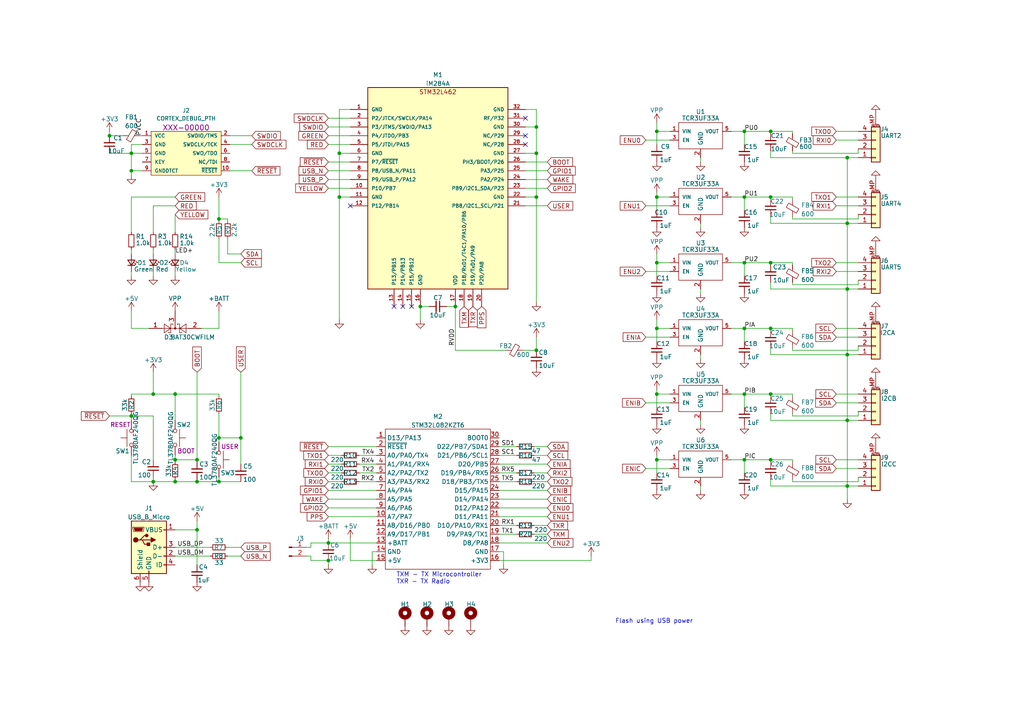
<source format=kicad_sch>
(kicad_sch (version 20211123) (generator eeschema)
  (paper "A4")
  (junction (at 63.5 127))
  (junction (at 50.8 114.3))
  (junction (at 215.9 38.1))
  (junction (at 190.5 76.2))
  (junction (at 155.575 57.15))
  (junction (at 57.15 133.35))
  (junction (at 245.745 140.97))
  (junction (at 245.745 121.92))
  (junction (at 121.92 88.9))
  (junction (at 57.15 139.7))
  (junction (at 44.45 139.7))
  (junction (at 98.425 57.15))
  (junction (at 31.75 39.37))
  (junction (at 215.9 95.25))
  (junction (at 38.1 49.53))
  (junction (at 57.15 153.67))
  (junction (at 190.5 95.25))
  (junction (at 63.5 139.7))
  (junction (at 245.745 83.82))
  (junction (at 223.52 76.2))
  (junction (at 190.5 133.35))
  (junction (at 190.5 57.15))
  (junction (at 215.9 114.3))
  (junction (at 190.5 114.3))
  (junction (at 50.8 139.7))
  (junction (at 38.1 44.45))
  (junction (at 98.425 44.45))
  (junction (at 155.575 36.83))
  (junction (at 69.85 127))
  (junction (at 223.52 133.35))
  (junction (at 190.5 38.1))
  (junction (at 245.745 64.77))
  (junction (at 223.52 57.15))
  (junction (at 245.745 102.87))
  (junction (at 223.52 38.1))
  (junction (at 44.45 114.3))
  (junction (at 155.575 101.6))
  (junction (at 215.9 57.15))
  (junction (at 223.52 114.3))
  (junction (at 215.9 133.35))
  (junction (at 215.9 76.2))
  (junction (at 223.52 95.25))
  (junction (at 38.1 120.65))
  (junction (at 132.08 88.9))
  (junction (at 95.25 157.48))
  (junction (at 155.575 44.45))
  (junction (at 63.5 63.5))
  (junction (at 245.745 45.72))
  (junction (at 50.8 133.35))
  (junction (at 95.25 162.56))
  (no_connect (at 152.4 34.29))
  (no_connect (at 116.84 88.9))
  (no_connect (at 101.6 59.69))
  (no_connect (at 114.3 88.9))
  (no_connect (at 119.38 88.9))
  (no_connect (at 152.4 39.37))
  (no_connect (at 152.4 41.91))
  (wire (pts (xy 229.87 76.835) (xy 229.87 76.2)))
  (wire (pts (xy 38.1 57.15) (xy 38.1 67.31)))
  (wire (pts (xy 245.745 45.72) (xy 245.745 64.77)))
  (wire (pts (xy 50.8 139.7) (xy 57.15 139.7)))
  (wire (pts (xy 50.8 72.39) (xy 50.8 73.66)))
  (wire (pts (xy 229.87 82.55) (xy 248.92 82.55)))
  (wire (pts (xy 38.1 95.25) (xy 38.1 90.17)))
  (wire (pts (xy 229.87 120.65) (xy 248.92 120.65)))
  (wire (pts (xy 223.52 83.82) (xy 223.52 81.915)))
  (wire (pts (xy 38.1 44.45) (xy 38.1 49.53)))
  (wire (pts (xy 38.1 49.53) (xy 38.1 50.8)))
  (wire (pts (xy 38.1 139.7) (xy 44.45 139.7)))
  (wire (pts (xy 155.575 44.45) (xy 155.575 57.15)))
  (wire (pts (xy 50.8 59.69) (xy 44.45 59.69)))
  (wire (pts (xy 248.92 120.65) (xy 248.92 119.38)))
  (wire (pts (xy 190.5 76.2) (xy 194.31 76.2)))
  (wire (pts (xy 223.52 57.785) (xy 223.52 57.15)))
  (wire (pts (xy 242.57 38.1) (xy 248.92 38.1)))
  (wire (pts (xy 38.1 120.65) (xy 38.1 121.92)))
  (wire (pts (xy 190.5 38.1) (xy 194.31 38.1)))
  (wire (pts (xy 223.52 114.3) (xy 229.87 114.3)))
  (wire (pts (xy 95.25 162.56) (xy 95.25 163.83)))
  (wire (pts (xy 38.1 114.3) (xy 44.45 114.3)))
  (wire (pts (xy 223.52 83.82) (xy 245.745 83.82)))
  (wire (pts (xy 203.2 104.14) (xy 203.2 102.87)))
  (wire (pts (xy 31.75 38.1) (xy 31.75 39.37)))
  (wire (pts (xy 242.57 97.79) (xy 248.92 97.79)))
  (wire (pts (xy 95.25 41.91) (xy 101.6 41.91)))
  (wire (pts (xy 248.92 63.5) (xy 248.92 62.23)))
  (wire (pts (xy 50.8 80.01) (xy 50.8 78.74)))
  (wire (pts (xy 223.52 76.2) (xy 229.87 76.2)))
  (wire (pts (xy 41.275 41.91) (xy 38.1 41.91)))
  (wire (pts (xy 245.745 102.87) (xy 248.92 102.87)))
  (wire (pts (xy 50.8 114.3) (xy 63.5 114.3)))
  (wire (pts (xy 203.2 123.19) (xy 203.2 121.92)))
  (wire (pts (xy 38.1 41.91) (xy 38.1 44.45)))
  (wire (pts (xy 242.57 116.84) (xy 248.92 116.84)))
  (wire (pts (xy 69.85 76.2) (xy 63.5 76.2)))
  (wire (pts (xy 158.75 139.7) (xy 154.94 139.7)))
  (wire (pts (xy 248.92 82.55) (xy 248.92 81.28)))
  (wire (pts (xy 151.765 101.6) (xy 155.575 101.6)))
  (wire (pts (xy 190.5 114.3) (xy 190.5 118.11)))
  (wire (pts (xy 245.745 83.82) (xy 245.745 102.87)))
  (wire (pts (xy 38.1 120.015) (xy 38.1 120.65)))
  (wire (pts (xy 245.745 45.72) (xy 248.92 45.72)))
  (wire (pts (xy 171.45 161.29) (xy 171.45 162.56)))
  (wire (pts (xy 223.52 95.25) (xy 229.87 95.25)))
  (wire (pts (xy 190.5 132.08) (xy 190.5 133.35)))
  (wire (pts (xy 229.87 62.865) (xy 229.87 63.5)))
  (wire (pts (xy 245.745 102.87) (xy 245.745 121.92)))
  (wire (pts (xy 31.75 120.65) (xy 38.1 120.65)))
  (wire (pts (xy 63.5 120.015) (xy 63.5 127)))
  (wire (pts (xy 212.09 133.35) (xy 215.9 133.35)))
  (wire (pts (xy 95.25 54.61) (xy 101.6 54.61)))
  (wire (pts (xy 69.85 127) (xy 69.85 134.62)))
  (wire (pts (xy 144.78 152.4) (xy 149.86 152.4)))
  (wire (pts (xy 63.5 90.17) (xy 63.5 95.25)))
  (wire (pts (xy 63.5 138.43) (xy 63.5 139.7)))
  (wire (pts (xy 203.2 85.09) (xy 203.2 83.82)))
  (wire (pts (xy 154.94 132.08) (xy 158.75 132.08)))
  (wire (pts (xy 90.17 157.48) (xy 90.17 158.75)))
  (wire (pts (xy 144.78 162.56) (xy 171.45 162.56)))
  (wire (pts (xy 101.6 57.15) (xy 98.425 57.15)))
  (wire (pts (xy 69.85 73.66) (xy 66.04 73.66)))
  (wire (pts (xy 63.5 69.215) (xy 63.5 76.2)))
  (wire (pts (xy 38.1 44.45) (xy 41.275 44.45)))
  (wire (pts (xy 215.9 114.3) (xy 215.9 118.11)))
  (wire (pts (xy 223.52 76.835) (xy 223.52 76.2)))
  (wire (pts (xy 40.64 39.37) (xy 41.275 39.37)))
  (wire (pts (xy 229.87 100.965) (xy 229.87 101.6)))
  (wire (pts (xy 223.52 121.92) (xy 223.52 120.015)))
  (wire (pts (xy 38.1 120.65) (xy 44.45 120.65)))
  (wire (pts (xy 57.15 151.13) (xy 57.15 153.67)))
  (wire (pts (xy 44.45 139.7) (xy 50.8 139.7)))
  (wire (pts (xy 50.8 133.35) (xy 57.15 133.35)))
  (wire (pts (xy 69.85 107.95) (xy 69.85 127)))
  (wire (pts (xy 66.04 161.29) (xy 69.85 161.29)))
  (wire (pts (xy 73.025 49.53) (xy 66.675 49.53)))
  (wire (pts (xy 44.45 72.39) (xy 44.45 73.66)))
  (wire (pts (xy 223.52 64.77) (xy 223.52 62.865)))
  (wire (pts (xy 50.8 62.23) (xy 50.8 67.31)))
  (wire (pts (xy 95.25 36.83) (xy 101.6 36.83)))
  (wire (pts (xy 190.5 55.88) (xy 190.5 57.15)))
  (wire (pts (xy 245.745 64.77) (xy 245.745 83.82)))
  (wire (pts (xy 229.87 43.815) (xy 229.87 44.45)))
  (wire (pts (xy 88.9 161.29) (xy 90.17 161.29)))
  (wire (pts (xy 149.86 129.54) (xy 144.78 129.54)))
  (wire (pts (xy 104.14 134.62) (xy 109.22 134.62)))
  (wire (pts (xy 155.575 97.79) (xy 155.575 101.6)))
  (wire (pts (xy 223.52 133.985) (xy 223.52 133.35)))
  (wire (pts (xy 95.25 134.62) (xy 99.06 134.62)))
  (wire (pts (xy 38.1 72.39) (xy 38.1 73.66)))
  (wire (pts (xy 101.6 162.56) (xy 101.6 156.21)))
  (wire (pts (xy 66.04 158.75) (xy 69.85 158.75)))
  (wire (pts (xy 38.1 49.53) (xy 41.275 49.53)))
  (wire (pts (xy 95.25 34.29) (xy 101.6 34.29)))
  (wire (pts (xy 245.745 64.77) (xy 248.92 64.77)))
  (wire (pts (xy 144.78 147.32) (xy 158.75 147.32)))
  (wire (pts (xy 215.9 38.1) (xy 215.9 41.91)))
  (wire (pts (xy 229.87 63.5) (xy 248.92 63.5)))
  (wire (pts (xy 104.14 139.7) (xy 109.22 139.7)))
  (wire (pts (xy 223.52 38.735) (xy 223.52 38.1)))
  (wire (pts (xy 95.25 49.53) (xy 101.6 49.53)))
  (wire (pts (xy 223.52 102.87) (xy 245.745 102.87)))
  (wire (pts (xy 101.6 31.75) (xy 98.425 31.75)))
  (wire (pts (xy 223.52 57.15) (xy 229.87 57.15)))
  (wire (pts (xy 50.8 139.7) (xy 50.8 139.065)))
  (wire (pts (xy 190.5 57.15) (xy 190.5 60.96)))
  (wire (pts (xy 190.5 133.35) (xy 190.5 137.16)))
  (wire (pts (xy 146.05 160.02) (xy 146.05 163.83)))
  (wire (pts (xy 63.5 63.5) (xy 63.5 64.135)))
  (wire (pts (xy 152.4 46.99) (xy 158.75 46.99)))
  (wire (pts (xy 242.57 133.35) (xy 248.92 133.35)))
  (wire (pts (xy 242.57 76.2) (xy 248.92 76.2)))
  (wire (pts (xy 215.9 76.2) (xy 223.52 76.2)))
  (wire (pts (xy 223.52 140.97) (xy 223.52 139.065)))
  (wire (pts (xy 155.575 57.15) (xy 155.575 87.63)))
  (wire (pts (xy 190.5 35.56) (xy 190.5 38.1)))
  (wire (pts (xy 57.15 139.7) (xy 63.5 139.7)))
  (wire (pts (xy 95.25 139.7) (xy 99.06 139.7)))
  (wire (pts (xy 245.745 83.82) (xy 248.92 83.82)))
  (wire (pts (xy 63.5 139.7) (xy 69.85 139.7)))
  (wire (pts (xy 38.1 114.935) (xy 38.1 114.3)))
  (wire (pts (xy 242.57 59.69) (xy 248.92 59.69)))
  (wire (pts (xy 187.325 59.69) (xy 194.31 59.69)))
  (wire (pts (xy 44.45 114.3) (xy 50.8 114.3)))
  (wire (pts (xy 63.5 127) (xy 63.5 128.27)))
  (wire (pts (xy 248.92 44.45) (xy 248.92 43.18)))
  (wire (pts (xy 190.5 73.66) (xy 190.5 76.2)))
  (wire (pts (xy 187.325 97.79) (xy 194.31 97.79)))
  (wire (pts (xy 229.87 81.915) (xy 229.87 82.55)))
  (wire (pts (xy 215.9 114.3) (xy 223.52 114.3)))
  (wire (pts (xy 121.92 88.9) (xy 124.46 88.9)))
  (wire (pts (xy 158.75 142.24) (xy 144.78 142.24)))
  (wire (pts (xy 152.4 57.15) (xy 155.575 57.15)))
  (wire (pts (xy 248.92 139.7) (xy 248.92 138.43)))
  (wire (pts (xy 152.4 59.69) (xy 158.75 59.69)))
  (wire (pts (xy 88.9 158.75) (xy 90.17 158.75)))
  (wire (pts (xy 144.78 160.02) (xy 146.05 160.02)))
  (wire (pts (xy 44.45 59.69) (xy 44.45 67.31)))
  (wire (pts (xy 50.8 132.08) (xy 50.8 133.35)))
  (wire (pts (xy 223.52 45.72) (xy 223.52 43.815)))
  (wire (pts (xy 152.4 36.83) (xy 155.575 36.83)))
  (wire (pts (xy 121.92 88.9) (xy 121.92 92.71)))
  (wire (pts (xy 44.45 107.95) (xy 44.45 114.3)))
  (wire (pts (xy 109.22 162.56) (xy 101.6 162.56)))
  (wire (pts (xy 242.57 135.89) (xy 248.92 135.89)))
  (wire (pts (xy 158.75 144.78) (xy 144.78 144.78)))
  (wire (pts (xy 38.1 57.15) (xy 50.8 57.15)))
  (wire (pts (xy 152.4 44.45) (xy 155.575 44.45)))
  (wire (pts (xy 38.1 78.74) (xy 38.1 80.01)))
  (wire (pts (xy 129.54 88.9) (xy 132.08 88.9)))
  (wire (pts (xy 155.575 36.83) (xy 155.575 44.45)))
  (wire (pts (xy 95.25 39.37) (xy 101.6 39.37)))
  (wire (pts (xy 215.9 133.35) (xy 223.52 133.35)))
  (wire (pts (xy 212.09 38.1) (xy 215.9 38.1)))
  (wire (pts (xy 50.8 133.35) (xy 50.8 133.985)))
  (wire (pts (xy 95.25 129.54) (xy 109.22 129.54)))
  (wire (pts (xy 158.75 137.16) (xy 154.94 137.16)))
  (wire (pts (xy 158.75 134.62) (xy 144.78 134.62)))
  (wire (pts (xy 57.15 139.065) (xy 57.15 139.7)))
  (wire (pts (xy 190.5 92.71) (xy 190.5 95.25)))
  (wire (pts (xy 212.09 114.3) (xy 215.9 114.3)))
  (wire (pts (xy 223.52 140.97) (xy 245.745 140.97)))
  (wire (pts (xy 187.325 78.74) (xy 194.31 78.74)))
  (wire (pts (xy 95.25 142.24) (xy 109.22 142.24)))
  (wire (pts (xy 190.5 95.25) (xy 190.5 99.06)))
  (wire (pts (xy 215.9 57.15) (xy 215.9 60.96)))
  (wire (pts (xy 149.86 132.08) (xy 144.78 132.08)))
  (wire (pts (xy 242.57 78.74) (xy 248.92 78.74)))
  (wire (pts (xy 187.325 40.64) (xy 194.31 40.64)))
  (wire (pts (xy 158.75 52.07) (xy 152.4 52.07)))
  (wire (pts (xy 31.75 39.37) (xy 35.56 39.37)))
  (wire (pts (xy 203.2 66.04) (xy 203.2 64.77)))
  (wire (pts (xy 190.5 95.25) (xy 194.31 95.25)))
  (wire (pts (xy 90.17 161.29) (xy 90.17 162.56)))
  (wire (pts (xy 158.75 154.94) (xy 154.94 154.94)))
  (wire (pts (xy 229.87 95.885) (xy 229.87 95.25)))
  (wire (pts (xy 149.86 139.7) (xy 144.78 139.7)))
  (wire (pts (xy 215.9 76.2) (xy 215.9 80.01)))
  (wire (pts (xy 95.25 156.21) (xy 95.25 157.48)))
  (wire (pts (xy 190.5 57.15) (xy 194.31 57.15)))
  (wire (pts (xy 215.9 95.25) (xy 223.52 95.25)))
  (wire (pts (xy 57.15 107.95) (xy 57.15 133.35)))
  (wire (pts (xy 152.4 31.75) (xy 155.575 31.75)))
  (wire (pts (xy 223.52 133.35) (xy 229.87 133.35)))
  (wire (pts (xy 73.025 41.91) (xy 66.675 41.91)))
  (wire (pts (xy 245.745 121.92) (xy 248.92 121.92)))
  (wire (pts (xy 57.15 153.67) (xy 57.15 163.83)))
  (wire (pts (xy 187.325 116.84) (xy 194.31 116.84)))
  (wire (pts (xy 158.75 54.61) (xy 152.4 54.61)))
  (wire (pts (xy 158.75 149.86) (xy 144.78 149.86)))
  (wire (pts (xy 149.86 137.16) (xy 144.78 137.16)))
  (wire (pts (xy 104.14 137.16) (xy 109.22 137.16)))
  (wire (pts (xy 223.52 64.77) (xy 245.745 64.77)))
  (wire (pts (xy 44.45 120.65) (xy 44.45 133.35)))
  (wire (pts (xy 223.52 121.92) (xy 245.745 121.92)))
  (wire (pts (xy 229.87 101.6) (xy 248.92 101.6)))
  (wire (pts (xy 98.425 57.15) (xy 98.425 92.71)))
  (wire (pts (xy 155.575 31.75) (xy 155.575 36.83)))
  (wire (pts (xy 38.1 132.08) (xy 38.1 139.7)))
  (wire (pts (xy 215.9 95.25) (xy 215.9 99.06)))
  (wire (pts (xy 104.14 132.08) (xy 109.22 132.08)))
  (wire (pts (xy 245.745 140.97) (xy 245.745 144.78)))
  (wire (pts (xy 95.25 149.86) (xy 109.22 149.86)))
  (wire (pts (xy 132.08 101.6) (xy 146.685 101.6)))
  (wire (pts (xy 190.5 113.03) (xy 190.5 114.3)))
  (wire (pts (xy 50.8 153.67) (xy 57.15 153.67)))
  (wire (pts (xy 95.25 157.48) (xy 109.22 157.48)))
  (wire (pts (xy 215.9 133.35) (xy 215.9 137.16)))
  (wire (pts (xy 152.4 49.53) (xy 158.75 49.53)))
  (wire (pts (xy 66.04 63.5) (xy 63.5 63.5)))
  (wire (pts (xy 215.9 57.15) (xy 223.52 57.15)))
  (wire (pts (xy 223.52 38.1) (xy 229.87 38.1)))
  (wire (pts (xy 223.52 45.72) (xy 245.745 45.72)))
  (wire (pts (xy 95.25 147.32) (xy 109.22 147.32)))
  (wire (pts (xy 50.8 113.665) (xy 50.8 114.3)))
  (wire (pts (xy 245.745 121.92) (xy 245.745 140.97)))
  (wire (pts (xy 107.95 160.02) (xy 107.95 163.83)))
  (wire (pts (xy 95.25 52.07) (xy 101.6 52.07)))
  (wire (pts (xy 31.75 44.45) (xy 38.1 44.45)))
  (wire (pts (xy 223.52 114.935) (xy 223.52 114.3)))
  (wire (pts (xy 242.57 114.3) (xy 248.92 114.3)))
  (wire (pts (xy 245.745 140.97) (xy 248.92 140.97)))
  (wire (pts (xy 109.22 160.02) (xy 107.95 160.02)))
  (wire (pts (xy 229.87 44.45) (xy 248.92 44.45)))
  (wire (pts (xy 50.8 158.75) (xy 60.96 158.75)))
  (wire (pts (xy 229.87 57.785) (xy 229.87 57.15)))
  (wire (pts (xy 212.09 95.25) (xy 215.9 95.25)))
  (wire (pts (xy 63.5 95.25) (xy 58.42 95.25)))
  (wire (pts (xy 223.52 95.885) (xy 223.52 95.25)))
  (wire (pts (xy 190.5 133.35) (xy 194.31 133.35)))
  (wire (pts (xy 223.52 102.87) (xy 223.52 100.965)))
  (wire (pts (xy 95.25 137.16) (xy 99.06 137.16)))
  (wire (pts (xy 44.45 78.74) (xy 44.45 80.01)))
  (wire (pts (xy 203.2 46.99) (xy 203.2 45.72)))
  (wire (pts (xy 132.08 101.6) (xy 132.08 88.9)))
  (wire (pts (xy 248.92 101.6) (xy 248.92 100.33)))
  (wire (pts (xy 187.325 135.89) (xy 194.31 135.89)))
  (wire (pts (xy 144.78 154.94) (xy 149.86 154.94)))
  (wire (pts (xy 66.04 64.135) (xy 66.04 63.5)))
  (wire (pts (xy 229.87 133.985) (xy 229.87 133.35)))
  (wire (pts (xy 63.5 63.5) (xy 63.5 57.15)))
  (wire (pts (xy 212.09 76.2) (xy 215.9 76.2)))
  (wire (pts (xy 57.15 133.35) (xy 57.15 133.985)))
  (wire (pts (xy 95.25 46.99) (xy 101.6 46.99)))
  (wire (pts (xy 229.87 139.7) (xy 248.92 139.7)))
  (wire (pts (xy 229.87 114.935) (xy 229.87 114.3)))
  (wire (pts (xy 63.5 127) (xy 69.85 127)))
  (wire (pts (xy 95.25 157.48) (xy 90.17 157.48)))
  (wire (pts (xy 229.87 139.065) (xy 229.87 139.7)))
  (wire (pts (xy 44.45 138.43) (xy 44.45 139.7)))
  (wire (pts (xy 43.18 95.25) (xy 38.1 95.25)))
  (wire (pts (xy 158.75 157.48) (xy 144.78 157.48)))
  (wire (pts (xy 66.04 69.215) (xy 66.04 73.66)))
  (wire (pts (xy 98.425 44.45) (xy 98.425 57.15)))
  (wire (pts (xy 215.9 38.1) (xy 223.52 38.1)))
  (wire (pts (xy 158.75 152.4) (xy 154.94 152.4)))
  (wire (pts (xy 190.5 38.1) (xy 190.5 41.91)))
  (wire (pts (xy 190.5 76.2) (xy 190.5 80.01)))
  (wire (pts (xy 154.94 129.54) (xy 158.75 129.54)))
  (wire (pts (xy 212.09 57.15) (xy 215.9 57.15)))
  (wire (pts (xy 242.57 57.15) (xy 248.92 57.15)))
  (wire (pts (xy 98.425 31.75) (xy 98.425 44.45)))
  (wire (pts (xy 203.2 142.24) (xy 203.2 140.97)))
  (wire (pts (xy 190.5 114.3) (xy 194.31 114.3)))
  (wire (pts (xy 242.57 95.25) (xy 248.92 95.25)))
  (wire (pts (xy 90.17 162.56) (xy 95.25 162.56)))
  (wire (pts (xy 95.25 132.08) (xy 99.06 132.08)))
  (wire (pts (xy 73.025 39.37) (xy 66.675 39.37)))
  (wire (pts (xy 95.25 144.78) (xy 109.22 144.78)))
  (wire (pts (xy 63.5 114.3) (xy 63.5 114.935)))
  (wire (pts (xy 98.425 44.45) (xy 101.6 44.45)))
  (wire (pts (xy 50.8 161.29) (xy 60.96 161.29)))
  (wire (pts (xy 242.57 40.64) (xy 248.92 40.64)))
  (wire (pts (xy 229.87 120.015) (xy 229.87 120.65)))
  (wire (pts (xy 229.87 38.735) (xy 229.87 38.1)))
  (wire (pts (xy 50.8 114.3) (xy 50.8 121.92)))
  (text "Flash using USB power" (at 178.435 180.975 0) (effects (font (size 1.27 1.27)) (justify left bottom)))
  (text "TXM - TX Microcontroller\nTXR - TX Radio" (at 114.935 169.545 0) (effects (font (size 1.27 1.27)) (justify left bottom)))
  (label "SC1" (at 145.415 132.08 0))
  (label "TX1" (at 145.415 154.94 0))
  (label "LED+" (at 50.8 73.66 0))
  (label "RX5" (at 145.415 137.16 0))
  (label "TX4" (at 108.585 132.08 180))
  (label "RX4" (at 108.585 134.62 180))
  (label "PU2" (at 215.9 76.2 0))
  (label "TX2" (at 108.585 137.16 180))
  (label "PIA" (at 215.9 95.25 0))
  (label "PU1" (at 215.9 57.15 0))
  (label "PVCC" (at 41.275 39.37 90))
  (label "PIC" (at 215.9 133.35 0))
  (label "USB_DP" (at 51.435 158.75 0))
  (label "PU0" (at 215.9 38.1 0))
  (label "RVDD" (at 132.08 95.25 270))
  (label "RX2" (at 108.585 139.7 180))
  (label "USB_DM" (at 51.435 161.29 0))
  (label "SD1" (at 145.415 129.54 0))
  (label "PIB" (at 215.9 114.3 0))
  (label "RX1" (at 145.415 152.4 0))
  (label "TX5" (at 145.415 139.7 0))
  (global_label "ENU0" (shape input) (at 158.75 147.32 0) (property "Intersheet References" "${INTERSHEET_REFS}" (effects hide)))
  (global_label "RXI2" (shape input) (at 242.57 78.74 180) (property "Intersheet References" "${INTERSHEET_REFS}" (effects hide)))
  (global_label "WAKE" (shape input) (at 158.75 52.07 0) (property "Intersheet References" "${INTERSHEET_REFS}" (effects hide)))
  (global_label "SWDIO" (shape input) (at 73.025 39.37 0) (property "Intersheet References" "${INTERSHEET_REFS}" (effects hide)))
  (global_label "TXO1" (shape input) (at 242.57 57.15 180) (property "Intersheet References" "${INTERSHEET_REFS}" (effects hide)))
  (global_label "GREEN" (shape input) (at 50.8 57.15 0) (property "Intersheet References" "${INTERSHEET_REFS}" (effects hide)))
  (global_label "GPIO1" (shape input) (at 95.25 142.24 180) (property "Intersheet References" "${INTERSHEET_REFS}" (effects hide)))
  (global_label "ENIC" (shape input) (at 158.75 144.78 0) (property "Intersheet References" "${INTERSHEET_REFS}" (effects hide)))
  (global_label "~{RESET}" (shape input) (at 95.25 46.99 180) (property "Intersheet References" "${INTERSHEET_REFS}" (effects hide)))
  (global_label "SCL" (shape input) (at 242.57 95.25 180) (property "Intersheet References" "${INTERSHEET_REFS}" (effects hide)))
  (global_label "YELLOW" (shape input) (at 95.25 54.61 180) (property "Intersheet References" "${INTERSHEET_REFS}" (effects hide)))
  (global_label "PPS" (shape input) (at 139.7 88.9 270) (property "Intersheet References" "${INTERSHEET_REFS}" (effects hide)))
  (global_label "RED" (shape input) (at 50.8 59.69 0) (property "Intersheet References" "${INTERSHEET_REFS}" (effects hide)))
  (global_label "BOOT" (shape input) (at 57.15 107.95 90) (property "Intersheet References" "${INTERSHEET_REFS}" (effects hide)))
  (global_label "SWDCLK" (shape input) (at 73.025 41.91 0) (property "Intersheet References" "${INTERSHEET_REFS}" (effects hide)))
  (global_label "TXO2" (shape input) (at 242.57 76.2 180) (property "Intersheet References" "${INTERSHEET_REFS}" (effects hide)))
  (global_label "RED" (shape input) (at 95.25 41.91 180) (property "Intersheet References" "${INTERSHEET_REFS}" (effects hide)))
  (global_label "ENIA" (shape input) (at 187.325 97.79 180) (property "Intersheet References" "${INTERSHEET_REFS}" (effects hide)))
  (global_label "RXI1" (shape input) (at 95.25 134.62 180) (property "Intersheet References" "${INTERSHEET_REFS}" (effects hide)))
  (global_label "ENU2" (shape input) (at 187.325 78.74 180) (property "Intersheet References" "${INTERSHEET_REFS}" (effects hide)))
  (global_label "TXM" (shape input) (at 134.62 88.9 270) (property "Intersheet References" "${INTERSHEET_REFS}" (effects hide)))
  (global_label "ENU2" (shape input) (at 158.75 157.48 0) (property "Intersheet References" "${INTERSHEET_REFS}" (effects hide)))
  (global_label "SCL" (shape input) (at 158.75 132.08 0) (property "Intersheet References" "${INTERSHEET_REFS}" (effects hide)))
  (global_label "GPIO1" (shape input) (at 158.75 49.53 0) (property "Intersheet References" "${INTERSHEET_REFS}" (effects hide)))
  (global_label "BOOT" (shape input) (at 158.75 46.99 0) (property "Intersheet References" "${INTERSHEET_REFS}" (effects hide)))
  (global_label "USB_P" (shape input) (at 69.85 158.75 0) (property "Intersheet References" "${INTERSHEET_REFS}" (effects hide)))
  (global_label "YELLOW" (shape input) (at 50.8 62.23 0) (property "Intersheet References" "${INTERSHEET_REFS}" (effects hide)))
  (global_label "SCL" (shape input) (at 242.57 114.3 180) (property "Intersheet References" "${INTERSHEET_REFS}" (effects hide)))
  (global_label "~{RESET}" (shape input) (at 31.75 120.65 180) (property "Intersheet References" "${INTERSHEET_REFS}" (effects hide)))
  (global_label "ENIC" (shape input) (at 187.325 135.89 180) (property "Intersheet References" "${INTERSHEET_REFS}" (effects hide)))
  (global_label "RXI2" (shape input) (at 158.75 137.16 0) (property "Intersheet References" "${INTERSHEET_REFS}" (effects hide)))
  (global_label "TXO1" (shape input) (at 95.25 132.08 180) (property "Intersheet References" "${INTERSHEET_REFS}" (effects hide)))
  (global_label "SCL" (shape input) (at 242.57 133.35 180) (property "Intersheet References" "${INTERSHEET_REFS}" (effects hide)))
  (global_label "TXO0" (shape input) (at 242.57 38.1 180) (property "Intersheet References" "${INTERSHEET_REFS}" (effects hide)))
  (global_label "RXI0" (shape input) (at 95.25 139.7 180) (property "Intersheet References" "${INTERSHEET_REFS}" (effects hide)))
  (global_label "GPIO2" (shape input) (at 158.75 54.61 0) (property "Intersheet References" "${INTERSHEET_REFS}" (effects hide)))
  (global_label "~{RESET}" (shape input) (at 73.025 49.53 0) (property "Intersheet References" "${INTERSHEET_REFS}" (effects hide)))
  (global_label "SWDCLK" (shape input) (at 95.25 34.29 180) (property "Intersheet References" "${INTERSHEET_REFS}" (effects hide)))
  (global_label "USB_N" (shape input) (at 69.85 161.29 0) (property "Intersheet References" "${INTERSHEET_REFS}" (effects hide)))
  (global_label "SDA" (shape input) (at 158.75 129.54 0) (property "Intersheet References" "${INTERSHEET_REFS}" (effects hide)))
  (global_label "SDA" (shape input) (at 242.57 135.89 180) (property "Intersheet References" "${INTERSHEET_REFS}" (effects hide)))
  (global_label "USB_N" (shape input) (at 95.25 49.53 180) (property "Intersheet References" "${INTERSHEET_REFS}" (effects hide)))
  (global_label "RXI1" (shape input) (at 242.57 59.69 180) (property "Intersheet References" "${INTERSHEET_REFS}" (effects hide)))
  (global_label "ENU1" (shape input) (at 158.75 149.86 0) (property "Intersheet References" "${INTERSHEET_REFS}" (effects hide)))
  (global_label "TXM" (shape input) (at 158.75 154.94 0) (property "Intersheet References" "${INTERSHEET_REFS}" (effects hide)))
  (global_label "USER" (shape input) (at 69.85 107.95 90) (property "Intersheet References" "${INTERSHEET_REFS}" (effects hide)))
  (global_label "GPIO2" (shape input) (at 95.25 147.32 180) (property "Intersheet References" "${INTERSHEET_REFS}" (effects hide)))
  (global_label "USB_P" (shape input) (at 95.25 52.07 180) (property "Intersheet References" "${INTERSHEET_REFS}" (effects hide)))
  (global_label "TXR" (shape input) (at 158.75 152.4 0) (property "Intersheet References" "${INTERSHEET_REFS}" (effects hide)))
  (global_label "ENIA" (shape input) (at 158.75 134.62 0) (property "Intersheet References" "${INTERSHEET_REFS}" (effects hide)))
  (global_label "PPS" (shape input) (at 95.25 149.86 180) (property "Intersheet References" "${INTERSHEET_REFS}" (effects hide)))
  (global_label "SWDIO" (shape input) (at 95.25 36.83 180) (property "Intersheet References" "${INTERSHEET_REFS}" (effects hide)))
  (global_label "SDA" (shape input) (at 242.57 116.84 180) (property "Intersheet References" "${INTERSHEET_REFS}" (effects hide)))
  (global_label "USER" (shape input) (at 158.75 59.69 0) (property "Intersheet References" "${INTERSHEET_REFS}" (effects hide)))
  (global_label "ENIB" (shape input) (at 158.75 142.24 0) (property "Intersheet References" "${INTERSHEET_REFS}" (effects hide)))
  (global_label "ENIB" (shape input) (at 187.325 116.84 180) (property "Intersheet References" "${INTERSHEET_REFS}" (effects hide)))
  (global_label "WAKE" (shape input) (at 95.25 144.78 180) (property "Intersheet References" "${INTERSHEET_REFS}" (effects hide)))
  (global_label "ENU1" (shape input) (at 187.325 59.69 180) (property "Intersheet References" "${INTERSHEET_REFS}" (effects hide)))
  (global_label "SDA" (shape input) (at 242.57 97.79 180) (property "Intersheet References" "${INTERSHEET_REFS}" (effects hide)))
  (global_label "SDA" (shape input) (at 69.85 73.66 0) (property "Intersheet References" "${INTERSHEET_REFS}" (effects hide)))
  (global_label "RXI0" (shape input) (at 242.57 40.64 180) (property "Intersheet References" "${INTERSHEET_REFS}" (effects hide)))
  (global_label "ENU0" (shape input) (at 187.325 40.64 180) (property "Intersheet References" "${INTERSHEET_REFS}" (effects hide)))
  (global_label "TXO2" (shape input) (at 158.75 139.7 0) (property "Intersheet References" "${INTERSHEET_REFS}" (effects hide)))
  (global_label "~{RESET}" (shape input) (at 95.25 129.54 180) (property "Intersheet References" "${INTERSHEET_REFS}" (effects hide)))
  (global_label "TXR" (shape input) (at 137.16 88.9 270) (property "Intersheet References" "${INTERSHEET_REFS}" (effects hide)))
  (global_label "TXO0" (shape input) (at 95.25 137.16 180) (property "Intersheet References" "${INTERSHEET_REFS}" (effects hide)))
  (global_label "SCL" (shape input) (at 69.85 76.2 0) (property "Intersheet References" "${INTERSHEET_REFS}" (effects hide)))
  (global_label "GREEN" (shape input) (at 95.25 39.37 180) (property "Intersheet References" "${INTERSHEET_REFS}" (effects hide)))
  (symbol (lib_id "4ms_Power-symbol:GND") (at 38.1 50.8 0) (unit 1)
    (property "Reference" "#PWR02" (effects hide))
    (property "Value" "GND" (effects hide))
  )
  (symbol (lib_id "4ms_Power-symbol:GND") (at 245.745 144.78 0) (unit 1)
    (property "Reference" "#PWR050" (effects hide))
    (property "Value" "GND" (effects hide))
  )
  (symbol (lib_id "4ms_Power-symbol:GND") (at 44.45 139.7 0) (unit 1)
    (property "Reference" "#PWR09" (effects hide))
    (property "Value" "GND" (effects hide))
  )
  (symbol (lib_id "Connector_Generic_MountingPin:Conn_01x04_MountingPin") (at 254 43.18 0) (mirror x) (unit 1)
    (property "Reference" "J4" (at 256.54 37.465 0))
    (property "Value" "UART2" (at 258.445 39.37 0))
    (property "Footprint" "Connector_JST:JST_GH_BM04B-GHS-TBT_1x04-1MP_P1.25mm_Vertical" (effects hide))
    (property "Datasheet" "https://www.jst-mfg.com/product/pdf/eng/eGH.pdf" (effects hide))
    (property "Manufacturer" "TAD" (effects hide))
    (property "MPN" "BM04B-GHS-TBT" (effects hide))
    (property "Description" "Connector Header Surface Mount 4 position 0.049\" (1.25mm)" (effects hide))
    (property "Link" "https://www.digikey.lv/en/products/detail/jst-sales-america-inc/BM04B-GHS-TBT/807802?s=N4IgTCBcDaIEIFkAMAWOBaA4gCQMroBU4CQBdAXyA" (effects hide))
    (property "MANUFACTURER" "JST Sales America Inc." (effects hide))
    (property "MPN2" "(TH!) 0530470460" (effects hide))
    (property "Manufacturer2" "Molex" (effects hide))
    (property "Datasheet2" "(TH!) https://tools.molex.com/pdm_docs/sd/530470460_sd.pdf" (effects hide))
    (property "Description2" "Connector Header Through Hole 4 position 0.049\" (1.25mm)" (effects hide))
    (property "Link2" "https://www.digikey.lv/en/products/detail/molex/0530470460/15622924" (effects hide))
  )
  (symbol (lib_id "gg_Power:TCR3UF33A") (at 203.2 58.42 0) (unit 1)
    (property "Reference" "U2" (at 203.2 51.435 0))
    (property "Value" "TCR3UF33A" (at 203.2 53.34 0))
    (property "Footprint" "gg_Packages:SOT-25" (effects hide))
    (property "Datasheet" "https://toshiba.semicon-storage.com/info/TCR3UF33A_datasheet_en_20211028.pdf?did=68764&prodName=TCR3UF33A" (effects hide))
    (property "Description" "0.287V @ 300mA 680nA 70dB -40~+85 SMV, SC-74A. SOT-753, SOT-25" (effects hide))
    (property "MPN" "TCR3UF33A" (effects hide))
    (property "Link" "https://www.digikey.lv/en/products/detail/toshiba-semiconductor-and-storage/TCR3UF33A-LM-CT/13913294?s=N4IgTCBcDaICoGEBKBmAqgMRSggiAugL5A" (effects hide))
    (property "MPN2" "TPS7A0233PDBVR (jaamaina pads!)" (effects hide))
    (property "Description2" "0.31V@200MA 60nA 55dB -40~+125 SOT23-5" (effects hide))
    (property "Link2" "https://www.digikey.lv/en/products/detail/texas-instruments/TPS7A0233PDBVR/12165099" (effects hide))
    (property "MANUFACTURER" "Toshiba Semiconductor and Storage" (effects hide))
  )
  (symbol (lib_id "4ms_Power-symbol:GND") (at 155.575 106.68 0) (unit 1)
    (property "Reference" "#PWR024" (effects hide))
    (property "Value" "GND" (effects hide))
  )
  (symbol (lib_id "Connector:USB_B_Micro") (at 43.18 158.75 0) (unit 1)
    (property "Reference" "J1" (at 43.18 147.4302 0))
    (property "Value" "USB_B_Micro" (at 43.18 149.9671 0))
    (property "Footprint" "gg_Packages:USB_Micro-B_Wuerth_629105150521_CircularHoles" (effects hide))
    (property "Datasheet" "https://www.we-online.com/katalog/datasheet/629105150521.pdf" (effects hide))
    (property "Link" "https://www.digikey.lv/en/products/detail/w%C3%BCrth-elektronik/629105150521/5047751?s=N4IgTCBcDaIOoFcCmAnALgCwAQDYwE4BGABgFZDSyxCQBdAXyA" (effects hide))
    (property "MPN" "629105150521" (effects hide))
    (property "Description" "USB - micro B USB 2.0 Receptacle Connector 5 Position Surface Mount, Right Angle; Through Hole" (effects hide))
    (property "MANUFACTURER" "Würth Elektronik" (effects hide))
  )
  (symbol (lib_id "Connector_Generic_MountingPin:Conn_01x04_MountingPin") (at 254 62.23 0) (mirror x) (unit 1)
    (property "Reference" "J5" (at 256.54 57.15 0))
    (property "Value" "UART4" (at 258.445 59.055 0))
    (property "Footprint" "Connector_JST:JST_GH_BM04B-GHS-TBT_1x04-1MP_P1.25mm_Vertical" (effects hide))
    (property "Datasheet" "https://www.jst-mfg.com/product/pdf/eng/eGH.pdf" (effects hide))
    (property "Manufacturer" "TAD" (effects hide))
    (property "MPN" "BM04B-GHS-TBT" (effects hide))
    (property "Description" "Connector Header Surface Mount 4 position 0.049\" (1.25mm)" (effects hide))
    (property "Link" "https://www.digikey.lv/en/products/detail/jst-sales-america-inc/BM04B-GHS-TBT/807802?s=N4IgTCBcDaIEIFkAMAWOBaA4gCQMroBU4CQBdAXyA" (effects hide))
    (property "MANUFACTURER" "JST Sales America Inc." (effects hide))
    (property "MPN2" "(TH!) 0530470460" (effects hide))
    (property "Manufacturer2" "Molex" (effects hide))
    (property "Datasheet2" "(TH!) https://tools.molex.com/pdm_docs/sd/530470460_sd.pdf" (effects hide))
    (property "Description2" "Connector Header Through Hole 4 position 0.049\" (1.25mm)" (effects hide))
    (property "Link2" "https://www.digikey.lv/en/products/detail/molex/0530470460/15622924" (effects hide))
  )
  (symbol (lib_id "Connector_Generic_MountingPin:Conn_01x04_MountingPin") (at 254 138.43 0) (mirror x) (unit 1)
    (property "Reference" "J9" (at 256.54 132.715 0))
    (property "Value" "I2CC" (at 257.81 134.62 0))
    (property "Footprint" "Connector_JST:JST_GH_BM04B-GHS-TBT_1x04-1MP_P1.25mm_Vertical" (effects hide))
    (property "Datasheet" "https://www.jst-mfg.com/product/pdf/eng/eGH.pdf" (effects hide))
    (property "Manufacturer" "TAD" (effects hide))
    (property "MPN" "BM04B-GHS-TBT" (effects hide))
    (property "Description" "Connector Header Surface Mount 4 position 0.049\" (1.25mm)" (effects hide))
    (property "Link" "https://www.digikey.lv/en/products/detail/jst-sales-america-inc/BM04B-GHS-TBT/807802?s=N4IgTCBcDaIEIFkAMAWOBaA4gCQMroBU4CQBdAXyA" (effects hide))
    (property "MANUFACTURER" "JST Sales America Inc." (effects hide))
    (property "MPN2" "(TH!) 0530470460" (effects hide))
    (property "Manufacturer2" "Molex" (effects hide))
    (property "Datasheet2" "(TH!) https://tools.molex.com/pdm_docs/sd/530470460_sd.pdf" (effects hide))
    (property "Description2" "Connector Header Through Hole 4 position 0.049\" (1.25mm)" (effects hide))
    (property "Link2" "https://www.digikey.lv/en/products/detail/molex/0530470460/15622924" (effects hide))
  )
  (symbol (lib_id "power:+BATT") (at 95.25 156.21 0) (unit 1)
    (property "Reference" "#PWR015" (effects hide))
    (property "Value" "+BATT" (at 95.25 152.6342 0))
  )
  (symbol (lib_id "device_KC5:Ferrite_Bead_Small") (at 229.87 98.425 180) (unit 1)
    (property "Reference" "FB6" (at 232.3338 97.6284 0) (effects (justify right)))
    (property "Value" "600" (at 232.3338 100.1653 0) (effects (justify right)))
    (property "Footprint" "Ferrite_SMD_AKL:Ferrite_0603_1608Metric" (effects hide))
    (property "Datasheet" "https://www.bourns.com/docs/Product-Datasheets/mh.pdf" (effects hide))
    (property "Description" "600Ohms@100MHz Power/Signal Line Ferrite Bead 0603 1A 200mOhm" (effects hide))
    (property "Link" "https://www.digikey.lv/en/products/detail/bourns-inc/MH1608-601Y/2563317" (effects hide))
    (property "MANUFACTURER" "Bourns Inc." (effects hide))
    (property "MPN" "MH1608-601Y" (effects hide))
  )
  (symbol (lib_id "Device:C_Small") (at 223.52 117.475 0) (mirror x) (unit 1)
    (property "Reference" "C25" (at 227.33 115.57 0) (effects (justify right)))
    (property "Value" "10uF" (at 227.965 119.38 0) (effects (justify right)))
    (property "Footprint" "Capacitor_SMD:C_0603_1608Metric" (effects hide))
    (property "Datasheet" "https://search.murata.co.jp/Ceramy/image/img/A01X/G101/ENG/GRM188C80J106MEA6-01A.pdf" (effects hide))
    (property "MANUFACTURER" "Murata Electronics" (effects hide))
    (property "MPN" "GRM188C80J106MEA6J" (effects hide))
    (property "Description" "10 µF ±20% 6.3V Ceramic Capacitor X6S 0603" (effects hide))
    (property "Link" "https://www.digikey.lv/en/products/detail/murata-electronics/GRM188C80J106MEA6J/10704296" (effects hide))
  )
  (symbol (lib_id "Diode:BAT54CW") (at 50.8 95.25 0) (mirror x) (unit 1)
    (property "Reference" "D3" (at 48.895 97.79 0))
    (property "Value" "BAT30CWFILM" (at 55.88 97.79 0))
    (property "Footprint" "Package_TO_SOT_SMD:SOT-323_SC-70" (effects hide))
    (property "Datasheet" "https://www.st.com/content/ccc/resource/technical/document/datasheet/b5/44/50/dc/a4/84/48/70/CD00126118.pdf/files/CD00126118.pdf/jcr:content/translations/en.CD00126118.pdf" (effects hide))
    (property "MPN" "BAT30CWFILM" (effects hide))
    (property "Link" "https://www.digikey.lv/en/products/detail/stmicroelectronics/BAT30CWFILM/1207017?s=N4IgjCBcoKwOwAYqgMZQGYEMA2BnApgDQgD2UA2iACwIIDMcAHCALrEAOALlCAMqcAnAJYA7AOYgAvsQCccCNBBpIWPEVIVqCAEzxWHbpD6DRE6SDnbkSjDgLEykSmBpVtEYi4RUwcEJ5gANhk6Zk9GbW0I-RAuHn5hcSlPbRkFVFs1B00aGCo4GH8tPLg-YhoEMBlC8towRioYuKME02TwGUYZa2VVew0nECQWc0jA9JsVO3VHShg6BAACAFsANUWAAUWFpeWAQSbDEABhEgBXdmx8ABMAVREhTgB5dABZfExcM4F8doBaKyKZSCM4zTSFEbmQLWITXHh-MCVIrNEBFTgAT3YvyMnzQkkkQA" (effects hide))
    (property "MPN2" "BAT54CW" (effects hide))
    (property "Datasheet2" "https://assets.nexperia.com/documents/data-sheet/BAT54W_SER.pdf" (effects hide))
    (property "Description" "Diode Array 1 Pair Common Cathode 5µA@30V 530mV@300mA Fast Recovery =< 500ns 150°C SC-70/SOT-323" (effects hide))
    (property "MANUFACTURER" "STMicroelectronics" (effects hide))
  )
  (symbol (lib_id "Device:R_Small") (at 152.4 139.7 270) (mirror x) (unit 1)
    (property "Reference" "R18" (at 150.495 139.7 90) (effects (justify left)))
    (property "Value" "220" (at 158.115 140.97 90) (effects (justify right)))
    (property "Footprint" "Resistor_SMD:R_0603_1608Metric" (effects hide))
    (property "Description" "220 Ohms ±5% 0.1W, 1/10W Chip Resistor 0603 Thick Film" (effects hide))
    (property "Link" "https://www.digikey.lv/en/products/detail/walsin-technology-corporation/WR06X221-JTL/13239083" (effects hide))
    (property "MANUFACTURER" "Walsin Technology Corporation" (effects hide))
    (property "MPN" "WR06X221 JTL" (effects hide))
  )
  (symbol (lib_id "power:VPP") (at 190.5 113.03 0) (unit 1)
    (property "Reference" "#PWR034" (effects hide))
    (property "Value" "VPP" (at 190.5 109.4542 0))
  )
  (symbol (lib_id "4ms_Power-symbol:GND") (at 215.9 104.14 0) (unit 1)
    (property "Reference" "#PWR047" (effects hide))
    (property "Value" "GND" (effects hide))
  )
  (symbol (lib_id "Mechanical:MountingHole_Pad") (at 130.175 179.07 0) (unit 1)
    (property "Reference" "H3" (at 128.905 175.26 0) (effects (justify left)))
    (property "Value" "MountingHole_2.7mm_M2.5_DIN965_Pad" (effects hide))
    (property "Footprint" "MountingHole:MountingHole_2.5mm_Pad_Via" (effects hide))
  )
  (symbol (lib_id "Device:C_Small") (at 215.9 120.65 0) (mirror x) (unit 1)
    (property "Reference" "C19" (at 219.71 118.745 0) (effects (justify right)))
    (property "Value" "1uF" (at 220.345 122.555 0) (effects (justify right)))
    (property "Footprint" "Capacitor_SMD:C_0402_1005Metric" (effects hide))
    (property "Datasheet" "https://mm.digikey.com/Volume0/opasdata/d220001/medias/docus/43/CL05X105KQ5NNNC_Spec.pdf" (effects hide))
    (property "MANUFACTURER" "Samsung Electro-Mechanics" (effects hide))
    (property "MPN" "CL05X105KQ5NNNC" (effects hide))
    (property "Description" "1 µF ±10% 6.3V Ceramic Capacitor X6S 0402" (effects hide))
    (property "Link" "https://www.digikey.lv/en/products/detail/samsung-electro-mechanics/CL05X105KQ5NNNC/3887412?s=N4IgTCBcDaIMIBkAMBWAGgRlQaQIooDki4QBdAXyA" (effects hide))
  )
  (symbol (lib_id "power:GND") (at 43.18 168.91 0) (unit 1)
    (property "Reference" "#PWR06" (effects hide))
    (property "Value" "GND" (effects hide))
  )
  (symbol (lib_id "4ms_Power-symbol:GND") (at 121.92 92.71 0) (unit 1)
    (property "Reference" "#PWR0105" (effects hide))
    (property "Value" "GND" (effects hide))
  )
  (symbol (lib_id "gg_Modules:STM32L082KZT6") (at 127 144.78 0) (unit 1)
    (property "Reference" "M2" (at 127 120.811 0))
    (property "Value" "STM32L082KZT6" (at 127 123.3479 0))
    (property "Footprint" "Modules:STM32L082KZT6_pink_pill" (effects hide))
    (property "MPN" "ICM-632-1-GT-HT" (effects hide))
  )
  (symbol (lib_id "Device:C_Small") (at 95.25 160.02 0) (mirror x) (unit 1)
    (property "Reference" "C6" (at 98.425 158.115 0) (effects (justify right)))
    (property "Value" "10uF" (at 100.33 161.925 0) (effects (justify right)))
    (property "Footprint" "Capacitor_SMD:C_0603_1608Metric" (effects hide))
    (property "Datasheet" "https://search.murata.co.jp/Ceramy/image/img/A01X/G101/ENG/GRM188C80J106MEA6-01A.pdf" (effects hide))
    (property "MANUFACTURER" "Murata Electronics" (effects hide))
    (property "MPN" "GRM188C80J106MEA6J" (effects hide))
    (property "Description" "10 µF ±20% 6.3V Ceramic Capacitor X6S 0603" (effects hide))
    (property "Link" "https://www.digikey.lv/en/products/detail/murata-electronics/GRM188C80J106MEA6J/10704296" (effects hide))
  )
  (symbol (lib_id "SparkFun-Connectors:CORTEX_DEBUG_PTH") (at 53.975 44.45 0) (unit 1)
    (property "Reference" "J2" (at 53.975 32.0497 0) (effects (font (size 1.143 1.143))))
    (property "Value" "CORTEX_DEBUG_PTH" (at 53.975 34.3583 0) (effects (font (size 1.143 1.143))))
    (property "Footprint" "SparkFun-Connectors:2X5-PTH-1.27MM" (effects hide))
    (property "Datasheet" "https://s3.amazonaws.com/catalogspreads-pdf/PAGE94-95%20.050%20MALE%20HDR%20ST%20RA%20SMT.pdf" (effects hide))
    (property "Field4" "XXX-00000" (at 53.975 37.0093 0) (effects (font (size 1.524 1.524))))
    (property "Description" "Connector Header Through Hole 10 position 0.050\" (1.27mm)" (effects hide))
    (property "Link" "https://www.digikey.lv/en/products/detail/sullins-connector-solutions/GRPB052VWVN-RC/1786455" (effects hide))
    (property "MANUFACTURER" "Sullins Connector Solutions" (effects hide))
    (property "MPN" "GRPB052VWVN-RC" (effects hide))
  )
  (symbol (lib_id "4ms_Power-symbol:GND") (at 117.475 181.61 0) (unit 1)
    (property "Reference" "#PWR0102" (effects hide))
    (property "Value" "GND" (effects hide))
  )
  (symbol (lib_id "4ms_Power-symbol:GND") (at 215.9 123.19 0) (unit 1)
    (property "Reference" "#PWR048" (effects hide))
    (property "Value" "GND" (effects hide))
  )
  (symbol (lib_id "Connector_Generic_MountingPin:Conn_01x04_MountingPin") (at 254 100.33 0) (mirror x) (unit 1)
    (property "Reference" "J7" (at 256.54 94.615 0))
    (property "Value" "I2CA" (at 255.27 96.52 0) (effects (justify left)))
    (property "Footprint" "Connector_JST:JST_GH_BM04B-GHS-TBT_1x04-1MP_P1.25mm_Vertical" (effects hide))
    (property "Datasheet" "https://www.jst-mfg.com/product/pdf/eng/eGH.pdf" (effects hide))
    (property "Manufacturer" "TAD" (effects hide))
    (property "MPN" "BM04B-GHS-TBT" (effects hide))
    (property "Description" "Connector Header Surface Mount 4 position 0.049\" (1.25mm)" (effects hide))
    (property "Link" "https://www.digikey.lv/en/products/detail/jst-sales-america-inc/BM04B-GHS-TBT/807802?s=N4IgTCBcDaIEIFkAMAWOBaA4gCQMroBU4CQBdAXyA" (effects hide))
    (property "MANUFACTURER" "JST Sales America Inc." (effects hide))
    (property "MPN2" "(TH!) 0530470460" (effects hide))
    (property "Manufacturer2" "Molex" (effects hide))
    (property "Datasheet2" "(TH!) https://tools.molex.com/pdm_docs/sd/530470460_sd.pdf" (effects hide))
    (property "Description2" "Connector Header Through Hole 4 position 0.049\" (1.25mm)" (effects hide))
    (property "Link2" "https://www.digikey.lv/en/products/detail/molex/0530470460/15622924" (effects hide))
  )
  (symbol (lib_id "gg_Power:TCR3UF33A") (at 203.2 77.47 0) (unit 1)
    (property "Reference" "U3" (at 203.2 70.485 0))
    (property "Value" "TCR3UF33A" (at 203.2 72.39 0))
    (property "Footprint" "gg_Packages:SOT-25" (effects hide))
    (property "Datasheet" "https://toshiba.semicon-storage.com/info/TCR3UF33A_datasheet_en_20211028.pdf?did=68764&prodName=TCR3UF33A" (effects hide))
    (property "Description" "0.287V @ 300mA 680nA 70dB -40~+85 SMV, SC-74A. SOT-753, SOT-25" (effects hide))
    (property "MPN" "TCR3UF33A" (effects hide))
    (property "Link" "https://www.digikey.lv/en/products/detail/toshiba-semiconductor-and-storage/TCR3UF33A-LM-CT/13913294?s=N4IgTCBcDaICoGEBKBmAqgMRSggiAugL5A" (effects hide))
    (property "MPN2" "TPS7A0233PDBVR (jaamaina pads!)" (effects hide))
    (property "Description2" "0.31V@200MA 60nA 55dB -40~+125 SOT23-5" (effects hide))
    (property "Link2" "https://www.digikey.lv/en/products/detail/texas-instruments/TPS7A0233PDBVR/12165099" (effects hide))
    (property "MANUFACTURER" "Toshiba Semiconductor and Storage" (effects hide))
  )
  (symbol (lib_id "Device:R_Small") (at 152.4 137.16 270) (mirror x) (unit 1)
    (property "Reference" "R17" (at 150.495 137.16 90) (effects (justify left)))
    (property "Value" "220" (at 158.115 138.43 90) (effects (justify right)))
    (property "Footprint" "Resistor_SMD:R_0603_1608Metric" (effects hide))
    (property "Description" "220 Ohms ±5% 0.1W, 1/10W Chip Resistor 0603 Thick Film" (effects hide))
    (property "Link" "https://www.digikey.lv/en/products/detail/walsin-technology-corporation/WR06X221-JTL/13239083" (effects hide))
    (property "MANUFACTURER" "Walsin Technology Corporation" (effects hide))
    (property "MPN" "WR06X221 JTL" (effects hide))
  )
  (symbol (lib_id "Device:R_Small") (at 38.1 69.85 0) (mirror y) (unit 1)
    (property "Reference" "R1" (at 39.37 68.58 0) (effects (justify right)))
    (property "Value" "1.0k" (at 39.37 70.485 0) (effects (justify right)))
    (property "Footprint" "Resistor_SMD:R_0603_1608Metric" (effects hide))
  )
  (symbol (lib_id "Device:R_Small") (at 63.5 158.75 90) (unit 1)
    (property "Reference" "R7" (at 64.77 158.75 90) (effects (justify left)))
    (property "Value" "33" (at 62.23 156.845 90) (effects (justify right)))
    (property "Footprint" "Resistor_SMD:R_0402_1005Metric" (effects hide))
    (property "Description" "10 Ohms ±1% 0.063W, 1/16W Chip Resistor 0402 Thick Film" (effects hide))
    (property "Link" "https://www.digikey.lv/en/products/detail/delta-electronics-cyntec/PFR05S-100-FNH/9761528" (effects hide))
    (property "MANUFACTURER" "Delta Electronics/Cyntec" (effects hide))
    (property "MPN" "PFR05S-100-FNH" (effects hide))
  )
  (symbol (lib_id "4ms_Power-symbol:GND") (at 254 71.12 180) (unit 1)
    (property "Reference" "#PWR053" (effects hide))
    (property "Value" "GND" (effects hide))
  )
  (symbol (lib_id "Connector_Generic_MountingPin:Conn_01x04_MountingPin") (at 254 119.38 0) (mirror x) (unit 1)
    (property "Reference" "J8" (at 256.54 113.665 0))
    (property "Value" "I2CB" (at 257.81 115.57 0))
    (property "Footprint" "Connector_JST:JST_GH_BM04B-GHS-TBT_1x04-1MP_P1.25mm_Vertical" (effects hide))
    (property "Datasheet" "https://www.jst-mfg.com/product/pdf/eng/eGH.pdf" (effects hide))
    (property "Manufacturer" "TAD" (effects hide))
    (property "MPN" "BM04B-GHS-TBT" (effects hide))
    (property "Description" "Connector Header Surface Mount 4 position 0.049\" (1.25mm)" (effects hide))
    (property "Link" "https://www.digikey.lv/en/products/detail/jst-sales-america-inc/BM04B-GHS-TBT/807802?s=N4IgTCBcDaIEIFkAMAWOBaA4gCQMroBU4CQBdAXyA" (effects hide))
    (property "MANUFACTURER" "JST Sales America Inc." (effects hide))
    (property "MPN2" "(TH!) 0530470460" (effects hide))
    (property "Manufacturer2" "Molex" (effects hide))
    (property "Datasheet2" "(TH!) https://tools.molex.com/pdm_docs/sd/530470460_sd.pdf" (effects hide))
    (property "Description2" "Connector Header Through Hole 4 position 0.049\" (1.25mm)" (effects hide))
    (property "Link2" "https://www.digikey.lv/en/products/detail/molex/0530470460/15622924" (effects hide))
  )
  (symbol (lib_id "4ms_Power-symbol:GND") (at 155.575 87.63 0) (unit 1)
    (property "Reference" "#PWR022" (effects hide))
    (property "Value" "GND" (effects hide))
  )
  (symbol (lib_id "Device:R_Small") (at 152.4 154.94 90) (unit 1)
    (property "Reference" "R20" (at 154.305 154.94 90) (effects (justify left)))
    (property "Value" "220" (at 154.94 156.21 90) (effects (justify right)))
    (property "Footprint" "Resistor_SMD:R_0603_1608Metric" (effects hide))
    (property "Description" "220 Ohms ±5% 0.1W, 1/10W Chip Resistor 0603 Thick Film" (effects hide))
    (property "Link" "https://www.digikey.lv/en/products/detail/walsin-technology-corporation/WR06X221-JTL/13239083" (effects hide))
    (property "MANUFACTURER" "Walsin Technology Corporation" (effects hide))
    (property "MPN" "WR06X221 JTL" (effects hide))
  )
  (symbol (lib_id "Device:R_Small") (at 63.5 117.475 0) (mirror y) (unit 1)
    (property "Reference" "R6" (at 63.5 117.475 90))
    (property "Value" "33k" (at 61.595 117.475 90))
    (property "Footprint" "Resistor_SMD:R_0603_1608Metric" (effects hide))
  )
  (symbol (lib_id "4ms_Power-symbol:GND") (at 254 90.17 180) (unit 1)
    (property "Reference" "#PWR054" (effects hide))
    (property "Value" "GND" (effects hide))
  )
  (symbol (lib_id "Device:C_Small") (at 190.5 82.55 0) (mirror x) (unit 1)
    (property "Reference" "C11" (at 194.31 80.645 0) (effects (justify right)))
    (property "Value" "1uF" (at 194.945 84.455 0) (effects (justify right)))
    (property "Footprint" "Capacitor_SMD:C_0402_1005Metric" (effects hide))
    (property "Datasheet" "https://mm.digikey.com/Volume0/opasdata/d220001/medias/docus/43/CL05X105KQ5NNNC_Spec.pdf" (effects hide))
    (property "MANUFACTURER" "Samsung Electro-Mechanics" (effects hide))
    (property "MPN" "CL05X105KQ5NNNC" (effects hide))
    (property "Description" "1 µF ±10% 6.3V Ceramic Capacitor X6S 0402" (effects hide))
    (property "Link" "https://www.digikey.lv/en/products/detail/samsung-electro-mechanics/CL05X105KQ5NNNC/3887412?s=N4IgTCBcDaIMIBkAMBWAGgRlQaQIooDki4QBdAXyA" (effects hide))
  )
  (symbol (lib_id "power:VPP") (at 190.5 55.88 0) (unit 1)
    (property "Reference" "#PWR028" (effects hide))
    (property "Value" "VPP" (at 190.5 52.3042 0))
  )
  (symbol (lib_id "4ms_Power-symbol:GND") (at 254 128.27 180) (unit 1)
    (property "Reference" "#PWR056" (effects hide))
    (property "Value" "GND" (effects hide))
  )
  (symbol (lib_name "+5V_1") (lib_id "power:+5V") (at 57.15 151.13 0) (unit 1)
    (property "Reference" "#PWR011" (effects hide))
    (property "Value" "+5V" (at 57.15 147.5542 0))
  )
  (symbol (lib_id "4ms_Power-symbol:GND") (at 203.2 46.99 0) (unit 1)
    (property "Reference" "#PWR038" (effects hide))
    (property "Value" "GND" (effects hide))
  )
  (symbol (lib_id "4ms_Power-symbol:GND") (at 107.95 163.83 0) (unit 1)
    (property "Reference" "#PWR019" (effects hide))
    (property "Value" "GND" (effects hide))
  )
  (symbol (lib_id "power:VPP") (at 190.5 92.71 0) (unit 1)
    (property "Reference" "#PWR032" (effects hide))
    (property "Value" "VPP" (at 190.5 89.1342 0))
  )
  (symbol (lib_id "device_KC5:Ferrite_Bead_Small") (at 229.87 117.475 180) (unit 1)
    (property "Reference" "FB7" (at 232.3338 116.6784 0) (effects (justify right)))
    (property "Value" "600" (at 232.3338 119.2153 0) (effects (justify right)))
    (property "Footprint" "Ferrite_SMD_AKL:Ferrite_0603_1608Metric" (effects hide))
    (property "Datasheet" "https://www.bourns.com/docs/Product-Datasheets/mh.pdf" (effects hide))
    (property "Description" "600Ohms@100MHz Power/Signal Line Ferrite Bead 0603 1A 200mOhm" (effects hide))
    (property "Link" "https://www.digikey.lv/en/products/detail/bourns-inc/MH1608-601Y/2563317" (effects hide))
    (property "MANUFACTURER" "Bourns Inc." (effects hide))
    (property "MPN" "MH1608-601Y" (effects hide))
  )
  (symbol (lib_id "4ms_Power-symbol:GND") (at 190.5 85.09 0) (unit 1)
    (property "Reference" "#PWR031" (effects hide))
    (property "Value" "GND" (effects hide))
  )
  (symbol (lib_id "Mechanical:MountingHole_Pad") (at 136.525 179.07 0) (unit 1)
    (property "Reference" "H4" (at 135.255 175.26 0) (effects (justify left)))
    (property "Value" "MountingHole_2.7mm_M2.5_DIN965_Pad" (effects hide))
    (property "Footprint" "MountingHole:MountingHole_2.5mm_Pad_Via" (effects hide))
  )
  (symbol (lib_id "Connector:Conn_01x02_Male") (at 83.82 158.75 0) (unit 1)
    (property "Reference" "J3" (at 86.995 156.21 0))
    (property "Value" "Battery" (effects hide))
    (property "Footprint" "Connector_JST:JST_EH_B2B-EH-A_1x02_P2.50mm_Vertical" (effects hide))
    (property "Datasheet" "https://www.jst-mfg.com/product/pdf/eng/eXH.pdf" (effects hide))
    (property "Description" "Connector Header Through Hole 2 position 0.098\" (2.50mm)" (effects hide))
    (property "Link" "https://www.digikey.lv/en/products/detail/jst-sales-america-inc/B2B-XH-A-GU/2043065?0=%2Fheaders-male-pins&s=N4IgjCBcoGwJxVAYygMwIYBsDOBTANCAPZQDaIALGGABxwDsIAuoQA4AuUIAyuwE4BLAHYBzEAF9CNGohApIGHAWJlwAJjABmNTGZtOkHv2FjJIOAAZZ8xXkIlI5TXBgwArHpAcuvQaImEYPSW1mhYdiqO5hRqVixeBkZ%2BpoHBENByYUr2qppuFsG68d6GviYB4HB0oQrhyg7kcWax1DW29aoUFq6uniVJ5WYAtGo1-ACuHVEeTMPpyFkRDZRuM%2BJmHhmsUGBs25D560A" (effects hide))
    (property "MANUFACTURER" "JST Sales America Inc." (effects hide))
    (property "MPN" "B2B-XH-A-GU" (effects hide))
  )
  (symbol (lib_id "device_KC5:LED_Small") (at 38.1 76.2 270) (mirror x) (unit 1)
    (property "Reference" "D1" (at 42.545 76.2 90) (effects (justify right)))
    (property "Value" "Green" (at 44.45 78.105 90) (effects (justify right)))
    (property "Footprint" "LED_SMD:LED_0603_1608Metric" (effects hide))
    (property "Description" "Green 530nm LED Indication - Discrete 2.9V 0603 (1608 Metric) 247.5mcd" (effects hide))
    (property "Link" "https://www.digikey.lv/en/products/detail/ams-osram-usa-inc/LT-Q99G-01-R2T1-25-1/21556499" (effects hide))
    (property "MANUFACTURER" "ams-OSRAM USA INC." (effects hide))
    (property "MPN" "LT Q99G.01-R2T1-25-1" (effects hide))
  )
  (symbol (lib_id "4ms_Power-symbol:GND") (at 190.5 46.99 0) (unit 1)
    (property "Reference" "#PWR027" (effects hide))
    (property "Value" "GND" (effects hide))
  )
  (symbol (lib_id "Device:R_Small") (at 101.6 137.16 90) (unit 1)
    (property "Reference" "R12" (at 103.505 137.16 90) (effects (justify left)))
    (property "Value" "220" (at 95.885 138.43 90) (effects (justify right)))
    (property "Footprint" "Resistor_SMD:R_0603_1608Metric" (effects hide))
    (property "Description" "220 Ohms ±5% 0.1W, 1/10W Chip Resistor 0603 Thick Film" (effects hide))
    (property "Link" "https://www.digikey.lv/en/products/detail/walsin-technology-corporation/WR06X221-JTL/13239083" (effects hide))
    (property "MANUFACTURER" "Walsin Technology Corporation" (effects hide))
    (property "MPN" "WR06X221 JTL" (effects hide))
  )
  (symbol (lib_id "power:GND") (at 40.64 168.91 0) (unit 1)
    (property "Reference" "#PWR05" (effects hide))
    (property "Value" "GND" (effects hide))
  )
  (symbol (lib_id "Switch:SW_Push") (at 50.8 127 270) (mirror x) (unit 1)
    (property "Reference" "SW2" (at 53.34 123.19 90))
    (property "Value" "TL3780AF240QG" (at 49.53 127 0))
    (property "Footprint" "SnapEDA:SW_TL3780AF240QG" (effects hide))
    (property "Datasheet" "https://sten-eswitch-13110800-production.s3.amazonaws.com/system/asset/product_line/data_sheet/221/TL3780.pdf" (effects hide))
    (property "Text" "BOOT" (at 53.975 130.81 90))
    (property "Description" "SWITCH TACTILE SPST-NO 0.02A 15V" (effects hide))
    (property "Link" "https://www.digikey.lv/en/products/detail/e-switch/TL3780AF240QG/6003167?s=N4IgTCBcDaICoBkDMB2AHABgIIDEwBYMBFAcRAF0BfIA" (effects hide))
    (property "Link2" "https://www.digikey.lv/en/products/detail/mitsumi-electric-company-ltd/R-667995/11591281?s=N4IgTCBcDaIEoFoBsSDsBOdBWEBdAvkA" (effects hide))
    (property "MANUFACTURER" "E-Switch" (effects hide))
    (property "MPN" "TL3780AF240QG" (effects hide))
    (property "MPN2" "R-667995" (effects hide))
  )
  (symbol (lib_id "Device:C_Small") (at 190.5 101.6 0) (mirror x) (unit 1)
    (property "Reference" "C12" (at 194.31 99.695 0) (effects (justify right)))
    (property "Value" "1uF" (at 194.945 103.505 0) (effects (justify right)))
    (property "Footprint" "Capacitor_SMD:C_0402_1005Metric" (effects hide))
    (property "Datasheet" "https://mm.digikey.com/Volume0/opasdata/d220001/medias/docus/43/CL05X105KQ5NNNC_Spec.pdf" (effects hide))
    (property "MANUFACTURER" "Samsung Electro-Mechanics" (effects hide))
    (property "MPN" "CL05X105KQ5NNNC" (effects hide))
    (property "Description" "1 µF ±10% 6.3V Ceramic Capacitor X6S 0402" (effects hide))
    (property "Link" "https://www.digikey.lv/en/products/detail/samsung-electro-mechanics/CL05X105KQ5NNNC/3887412?s=N4IgTCBcDaIMIBkAMBWAGgRlQaQIooDki4QBdAXyA" (effects hide))
  )
  (symbol (lib_id "Device:C_Small") (at 215.9 63.5 0) (mirror x) (unit 1)
    (property "Reference" "C16" (at 219.71 61.595 0) (effects (justify right)))
    (property "Value" "1uF" (at 220.345 65.405 0) (effects (justify right)))
    (property "Footprint" "Capacitor_SMD:C_0402_1005Metric" (effects hide))
    (property "Datasheet" "https://mm.digikey.com/Volume0/opasdata/d220001/medias/docus/43/CL05X105KQ5NNNC_Spec.pdf" (effects hide))
    (property "MANUFACTURER" "Samsung Electro-Mechanics" (effects hide))
    (property "MPN" "CL05X105KQ5NNNC" (effects hide))
    (property "Description" "1 µF ±10% 6.3V Ceramic Capacitor X6S 0402" (effects hide))
    (property "Link" "https://www.digikey.lv/en/products/detail/samsung-electro-mechanics/CL05X105KQ5NNNC/3887412?s=N4IgTCBcDaIMIBkAMBWAGgRlQaQIooDki4QBdAXyA" (effects hide))
  )
  (symbol (lib_id "Device:C_Small") (at 215.9 101.6 0) (mirror x) (unit 1)
    (property "Reference" "C18" (at 219.71 99.695 0) (effects (justify right)))
    (property "Value" "1uF" (at 220.345 103.505 0) (effects (justify right)))
    (property "Footprint" "Capacitor_SMD:C_0402_1005Metric" (effects hide))
    (property "Datasheet" "https://mm.digikey.com/Volume0/opasdata/d220001/medias/docus/43/CL05X105KQ5NNNC_Spec.pdf" (effects hide))
    (property "MANUFACTURER" "Samsung Electro-Mechanics" (effects hide))
    (property "MPN" "CL05X105KQ5NNNC" (effects hide))
    (property "Description" "1 µF ±10% 6.3V Ceramic Capacitor X6S 0402" (effects hide))
    (property "Link" "https://www.digikey.lv/en/products/detail/samsung-electro-mechanics/CL05X105KQ5NNNC/3887412?s=N4IgTCBcDaIMIBkAMBWAGgRlQaQIooDki4QBdAXyA" (effects hide))
  )
  (symbol (lib_id "4ms_Power-symbol:GND") (at 203.2 66.04 0) (unit 1)
    (property "Reference" "#PWR039" (effects hide))
    (property "Value" "GND" (effects hide))
  )
  (symbol (lib_id "4ms_Power-symbol:GND") (at 215.9 85.09 0) (unit 1)
    (property "Reference" "#PWR046" (effects hide))
    (property "Value" "GND" (effects hide))
  )
  (symbol (lib_id "Device:R_Small") (at 44.45 69.85 0) (mirror y) (unit 1)
    (property "Reference" "R3" (at 45.72 68.58 0) (effects (justify right)))
    (property "Value" "1.0k" (at 45.72 70.485 0) (effects (justify right)))
    (property "Footprint" "Resistor_SMD:R_0603_1608Metric" (effects hide))
  )
  (symbol (lib_id "4ms_Power-symbol:GND") (at 190.5 123.19 0) (unit 1)
    (property "Reference" "#PWR035" (effects hide))
    (property "Value" "GND" (effects hide))
  )
  (symbol (lib_id "4ms_Power-symbol:GND") (at 215.9 142.24 0) (unit 1)
    (property "Reference" "#PWR049" (effects hide))
    (property "Value" "GND" (effects hide))
  )
  (symbol (lib_id "Device:C_Small") (at 31.75 41.91 0) (mirror x) (unit 1)
    (property "Reference" "C1" (at 35.56 40.005 0) (effects (justify right)))
    (property "Value" "10uF" (at 36.195 43.815 0) (effects (justify right)))
    (property "Footprint" "Capacitor_SMD:C_0603_1608Metric" (effects hide))
    (property "Datasheet" "https://search.murata.co.jp/Ceramy/image/img/A01X/G101/ENG/GRM188C80J106MEA6-01A.pdf" (effects hide))
    (property "MANUFACTURER" "Murata Electronics" (effects hide))
    (property "MPN" "GRM188C80J106MEA6J" (effects hide))
    (property "Description" "10 µF ±20% 6.3V Ceramic Capacitor X6S 0603" (effects hide))
    (property "Link" "https://www.digikey.lv/en/products/detail/murata-electronics/GRM188C80J106MEA6J/10704296" (effects hide))
  )
  (symbol (lib_id "Device:C_Small") (at 223.52 98.425 0) (mirror x) (unit 1)
    (property "Reference" "C24" (at 227.33 96.52 0) (effects (justify right)))
    (property "Value" "10uF" (at 227.965 100.33 0) (effects (justify right)))
    (property "Footprint" "Capacitor_SMD:C_0603_1608Metric" (effects hide))
    (property "Datasheet" "https://search.murata.co.jp/Ceramy/image/img/A01X/G101/ENG/GRM188C80J106MEA6-01A.pdf" (effects hide))
    (property "MANUFACTURER" "Murata Electronics" (effects hide))
    (property "MPN" "GRM188C80J106MEA6J" (effects hide))
    (property "Description" "10 µF ±20% 6.3V Ceramic Capacitor X6S 0603" (effects hide))
    (property "Link" "https://www.digikey.lv/en/products/detail/murata-electronics/GRM188C80J106MEA6J/10704296" (effects hide))
  )
  (symbol (lib_id "power:+5V") (at 101.6 156.21 0) (unit 1)
    (property "Reference" "#PWR018" (effects hide))
    (property "Value" "+5V" (at 101.6 152.6342 0))
  )
  (symbol (lib_id "4ms_Power-symbol:GND") (at 38.1 80.01 0) (unit 1)
    (property "Reference" "#PWR03" (effects hide))
    (property "Value" "GND" (effects hide))
  )
  (symbol (lib_id "power:VPP") (at 190.5 73.66 0) (unit 1)
    (property "Reference" "#PWR030" (effects hide))
    (property "Value" "VPP" (at 190.5 70.0842 0))
  )
  (symbol (lib_id "4ms_Power-symbol:GND") (at 123.825 181.61 0) (unit 1)
    (property "Reference" "#PWR0104" (effects hide))
    (property "Value" "GND" (effects hide))
  )
  (symbol (lib_id "Switch:SW_Push") (at 63.5 133.35 270) (unit 1)
    (property "Reference" "SW3" (at 66.04 137.16 90))
    (property "Value" "TL3780AF240QG" (at 62.23 133.35 0))
    (property "Footprint" "SnapEDA:SW_TL3780AF240QG" (effects hide))
    (property "Datasheet" "https://sten-eswitch-13110800-production.s3.amazonaws.com/system/asset/product_line/data_sheet/221/TL3780.pdf" (effects hide))
    (property "Text" "USER" (at 66.675 129.54 90))
    (property "Description" "SWITCH TACTILE SPST-NO 0.02A 15V" (effects hide))
    (property "Link" "https://www.digikey.lv/en/products/detail/e-switch/TL3780AF240QG/6003167?s=N4IgTCBcDaICoBkDMB2AHABgIIDEwBYMBFAcRAF0BfIA" (effects hide))
    (property "Link2" "https://www.digikey.lv/en/products/detail/mitsumi-electric-company-ltd/R-667995/11591281?s=N4IgTCBcDaIEoFoBsSDsBOdBWEBdAvkA" (effects hide))
    (property "MANUFACTURER" "E-Switch" (effects hide))
    (property "MPN" "TL3780AF240QG" (effects hide))
    (property "MPN2" "R-667995" (effects hide))
  )
  (symbol (lib_id "gg_Power:TCR3UF33A") (at 203.2 134.62 0) (unit 1)
    (property "Reference" "U6" (at 203.2 127.635 0))
    (property "Value" "TCR3UF33A" (at 203.2 129.54 0))
    (property "Footprint" "gg_Packages:SOT-25" (effects hide))
    (property "Datasheet" "https://toshiba.semicon-storage.com/info/TCR3UF33A_datasheet_en_20211028.pdf?did=68764&prodName=TCR3UF33A" (effects hide))
    (property "Description" "0.287V @ 300mA 680nA 70dB -40~+85 SMV, SC-74A. SOT-753, SOT-25" (effects hide))
    (property "MPN" "TCR3UF33A" (effects hide))
    (property "Link" "https://www.digikey.lv/en/products/detail/toshiba-semiconductor-and-storage/TCR3UF33A-LM-CT/13913294?s=N4IgTCBcDaICoGEBKBmAqgMRSggiAugL5A" (effects hide))
    (property "MPN2" "TPS7A0233PDBVR (jaamaina pads!)" (effects hide))
    (property "Description2" "0.31V@200MA 60nA 55dB -40~+125 SOT23-5" (effects hide))
    (property "Link2" "https://www.digikey.lv/en/products/detail/texas-instruments/TPS7A0233PDBVR/12165099" (effects hide))
    (property "MANUFACTURER" "Toshiba Semiconductor and Storage" (effects hide))
  )
  (symbol (lib_id "Device:C_Small") (at 190.5 44.45 0) (mirror x) (unit 1)
    (property "Reference" "C9" (at 194.31 42.545 0) (effects (justify right)))
    (property "Value" "1uF" (at 194.945 46.355 0) (effects (justify right)))
    (property "Footprint" "Capacitor_SMD:C_0402_1005Metric" (effects hide))
    (property "Datasheet" "https://mm.digikey.com/Volume0/opasdata/d220001/medias/docus/43/CL05X105KQ5NNNC_Spec.pdf" (effects hide))
    (property "MANUFACTURER" "Samsung Electro-Mechanics" (effects hide))
    (property "MPN" "CL05X105KQ5NNNC" (effects hide))
    (property "Description" "1 µF ±10% 6.3V Ceramic Capacitor X6S 0402" (effects hide))
    (property "Link" "https://www.digikey.lv/en/products/detail/samsung-electro-mechanics/CL05X105KQ5NNNC/3887412?s=N4IgTCBcDaIMIBkAMBWAGgRlQaQIooDki4QBdAXyA" (effects hide))
  )
  (symbol (lib_id "4ms_Power-symbol:GND") (at 203.2 142.24 0) (unit 1)
    (property "Reference" "#PWR043" (effects hide))
    (property "Value" "GND" (effects hide))
  )
  (symbol (lib_id "Device:R_Small") (at 50.8 136.525 0) (mirror y) (unit 1)
    (property "Reference" "R4" (at 50.8 136.525 90))
    (property "Value" "33k" (at 48.895 136.525 90))
    (property "Footprint" "Resistor_SMD:R_0603_1608Metric" (effects hide))
  )
  (symbol (lib_id "4ms_Power-symbol:GND") (at 254 33.02 180) (unit 1)
    (property "Reference" "#PWR051" (effects hide))
    (property "Value" "GND" (effects hide))
  )
  (symbol (lib_id "Device:C_Small") (at 57.15 136.525 0) (mirror x) (unit 1)
    (property "Reference" "C3" (at 57.785 134.62 0) (effects (justify left)))
    (property "Value" "100" (at 57.785 138.43 0) (effects (justify left)))
    (property "Footprint" "Capacitor_SMD:C_0603_1608Metric" (effects hide))
    (property "Datasheet" "https://www.yageo.com/upload/media/product/productsearch/datasheet/mlcc/UPY-GP_NP0_16V-to-50V_18.pdf" (effects hide))
    (property "Description" "100 pF ±5% 50V Ceramic Capacitor C0G, NP0 0603 (1608 Metric)" (effects hide))
    (property "Link" "https://www.digikey.lv/en/products/detail/yageo/CC0603JRNPO9BN101/302803" (effects hide))
    (property "MANUFACTURER" "YAGEO" (effects hide))
    (property "MPN" "CC0603JRNPO9BN101" (effects hide))
  )
  (symbol (lib_id "Device:C_Small") (at 190.5 139.7 0) (mirror x) (unit 1)
    (property "Reference" "C14" (at 194.31 137.795 0) (effects (justify right)))
    (property "Value" "1uF" (at 194.945 141.605 0) (effects (justify right)))
    (property "Footprint" "Capacitor_SMD:C_0402_1005Metric" (effects hide))
    (property "Datasheet" "https://mm.digikey.com/Volume0/opasdata/d220001/medias/docus/43/CL05X105KQ5NNNC_Spec.pdf" (effects hide))
    (property "MANUFACTURER" "Samsung Electro-Mechanics" (effects hide))
    (property "MPN" "CL05X105KQ5NNNC" (effects hide))
    (property "Description" "1 µF ±10% 6.3V Ceramic Capacitor X6S 0402" (effects hide))
    (property "Link" "https://www.digikey.lv/en/products/detail/samsung-electro-mechanics/CL05X105KQ5NNNC/3887412?s=N4IgTCBcDaIMIBkAMBWAGgRlQaQIooDki4QBdAXyA" (effects hide))
  )
  (symbol (lib_id "Device:R_Small") (at 152.4 152.4 90) (unit 1)
    (property "Reference" "R19" (at 154.305 152.4 90) (effects (justify left)))
    (property "Value" "220" (at 154.94 153.67 90) (effects (justify right)))
    (property "Footprint" "Resistor_SMD:R_0603_1608Metric" (effects hide))
    (property "Description" "220 Ohms ±5% 0.1W, 1/10W Chip Resistor 0603 Thick Film" (effects hide))
    (property "Link" "https://www.digikey.lv/en/products/detail/walsin-technology-corporation/WR06X221-JTL/13239083" (effects hide))
    (property "MANUFACTURER" "Walsin Technology Corporation" (effects hide))
    (property "MPN" "WR06X221 JTL" (effects hide))
  )
  (symbol (lib_id "Device:C_Small") (at 223.52 60.325 0) (mirror x) (unit 1)
    (property "Reference" "C22" (at 227.33 58.42 0) (effects (justify right)))
    (property "Value" "10uF" (at 227.965 62.23 0) (effects (justify right)))
    (property "Footprint" "Capacitor_SMD:C_0603_1608Metric" (effects hide))
    (property "Datasheet" "https://search.murata.co.jp/Ceramy/image/img/A01X/G101/ENG/GRM188C80J106MEA6-01A.pdf" (effects hide))
    (property "MANUFACTURER" "Murata Electronics" (effects hide))
    (property "MPN" "GRM188C80J106MEA6J" (effects hide))
    (property "Description" "10 µF ±20% 6.3V Ceramic Capacitor X6S 0603" (effects hide))
    (property "Link" "https://www.digikey.lv/en/products/detail/murata-electronics/GRM188C80J106MEA6J/10704296" (effects hide))
  )
  (symbol (lib_id "4ms_Power-symbol:GND") (at 190.5 66.04 0) (unit 1)
    (property "Reference" "#PWR029" (effects hide))
    (property "Value" "GND" (effects hide))
  )
  (symbol (lib_id "4ms_Power-symbol:GND") (at 254 109.22 180) (unit 1)
    (property "Reference" "#PWR055" (effects hide))
    (property "Value" "GND" (effects hide))
  )
  (symbol (lib_id "device_KC5:LED_Small") (at 44.45 76.2 270) (mirror x) (unit 1)
    (property "Reference" "D2" (at 48.895 76.2 90) (effects (justify right)))
    (property "Value" "Red" (at 48.895 78.105 90) (effects (justify right)))
    (property "Footprint" "LED_SMD:LED_0603_1608Metric" (effects hide))
    (property "Datasheet" "https://www.qt-brightek.com/datasheet/QBLP661-XX5.pdf" (effects hide))
    (property "Description" "Red 620nm LED Indication - Discrete 1.8V 0603 (1608 Metric) 60mcd" (effects hide))
    (property "Link" "https://www.digikey.lv/en/products/detail/qt-brightek-qtb/QBLP661-R5/14664267" (effects hide))
    (property "MANUFACTURER" "QT Brightek (QTB)" (effects hide))
    (property "MPN" "QBLP661-R5" (effects hide))
  )
  (symbol (lib_id "Device:C_Small") (at 223.52 41.275 0) (mirror x) (unit 1)
    (property "Reference" "C21" (at 223.52 39.37 0) (effects (justify left)))
    (property "Value" "10uF" (at 223.52 43.18 0) (effects (justify left)))
    (property "Footprint" "Capacitor_SMD:C_0603_1608Metric" (effects hide))
    (property "Datasheet" "https://search.murata.co.jp/Ceramy/image/img/A01X/G101/ENG/GRM188C80J106MEA6-01A.pdf" (effects hide))
    (property "MANUFACTURER" "Murata Electronics" (effects hide))
    (property "MPN" "GRM188C80J106MEA6J" (effects hide))
    (property "Description" "10 µF ±20% 6.3V Ceramic Capacitor X6S 0603" (effects hide))
    (property "Link" "https://www.digikey.lv/en/products/detail/murata-electronics/GRM188C80J106MEA6J/10704296" (effects hide))
  )
  (symbol (lib_id "power:+3V3") (at 44.45 107.95 0) (unit 1)
    (property "Reference" "#PWR08" (effects hide))
    (property "Value" "+3V3" (at 44.45 104.394 0))
  )
  (symbol (lib_id "Device:R_Small") (at 66.04 66.675 0) (mirror y) (unit 1)
    (property "Reference" "R9" (at 66.04 66.675 90))
    (property "Value" "2.2k" (at 67.945 66.675 90))
    (property "Footprint" "Resistor_SMD:R_0603_1608Metric" (effects hide))
    (property "Description" "2.2 kOhms ±5% 0.1W, 1/10W Chip Resistor 0603 Thick Film" (effects hide))
    (property "Link" "https://www.digikey.lv/en/products/detail/walsin-technology-corporation/WR06X222-JTL/13241950" (effects hide))
    (property "MANUFACTURER" "Walsin Technology Corporation" (effects hide))
    (property "MPN" "WR06X222 JTL" (effects hide))
  )
  (symbol (lib_id "Device:C_Small") (at 44.45 135.89 180) (unit 1)
    (property "Reference" "C2" (at 43.815 133.985 0) (effects (justify left)))
    (property "Value" "100" (at 43.815 137.795 0) (effects (justify left)))
    (property "Footprint" "Capacitor_SMD:C_0603_1608Metric" (effects hide))
    (property "Datasheet" "https://www.yageo.com/upload/media/product/productsearch/datasheet/mlcc/UPY-GP_NP0_16V-to-50V_18.pdf" (effects hide))
    (property "Description" "100 pF ±5% 50V Ceramic Capacitor C0G, NP0 0603 (1608 Metric)" (effects hide))
    (property "Link" "https://www.digikey.lv/en/products/detail/yageo/CC0603JRNPO9BN101/302803" (effects hide))
    (property "MANUFACTURER" "YAGEO" (effects hide))
    (property "MPN" "CC0603JRNPO9BN101" (effects hide))
  )
  (symbol (lib_id "Mechanical:MountingHole_Pad") (at 117.475 179.07 0) (unit 1)
    (property "Reference" "H1" (at 116.205 175.26 0) (effects (justify left)))
    (property "Value" "MountingHole_2.7mm_M2.5_DIN965_Pad" (effects hide))
    (property "Footprint" "MountingHole:MountingHole_2.5mm_Pad_Via" (effects hide))
  )
  (symbol (lib_id "Device:C_Small") (at 190.5 120.65 0) (mirror x) (unit 1)
    (property "Reference" "C13" (at 194.31 118.745 0) (effects (justify right)))
    (property "Value" "1uF" (at 194.945 122.555 0) (effects (justify right)))
    (property "Footprint" "Capacitor_SMD:C_0402_1005Metric" (effects hide))
    (property "Datasheet" "https://mm.digikey.com/Volume0/opasdata/d220001/medias/docus/43/CL05X105KQ5NNNC_Spec.pdf" (effects hide))
    (property "MANUFACTURER" "Samsung Electro-Mechanics" (effects hide))
    (property "MPN" "CL05X105KQ5NNNC" (effects hide))
    (property "Description" "1 µF ±10% 6.3V Ceramic Capacitor X6S 0402" (effects hide))
    (property "Link" "https://www.digikey.lv/en/products/detail/samsung-electro-mechanics/CL05X105KQ5NNNC/3887412?s=N4IgTCBcDaIMIBkAMBWAGgRlQaQIooDki4QBdAXyA" (effects hide))
  )
  (symbol (lib_id "gg_Power:TCR3UF33A") (at 203.2 96.52 0) (unit 1)
    (property "Reference" "U4" (at 203.2 89.535 0))
    (property "Value" "TCR3UF33A" (at 203.2 91.44 0))
    (property "Footprint" "gg_Packages:SOT-25" (effects hide))
    (property "Datasheet" "https://toshiba.semicon-storage.com/info/TCR3UF33A_datasheet_en_20211028.pdf?did=68764&prodName=TCR3UF33A" (effects hide))
    (property "Description" "0.287V @ 300mA 680nA 70dB -40~+85 SMV, SC-74A. SOT-753, SOT-25" (effects hide))
    (property "MPN" "TCR3UF33A" (effects hide))
    (property "Link" "https://www.digikey.lv/en/products/detail/toshiba-semiconductor-and-storage/TCR3UF33A-LM-CT/13913294?s=N4IgTCBcDaICoGEBKBmAqgMRSggiAugL5A" (effects hide))
    (property "MPN2" "TPS7A0233PDBVR (jaamaina pads!)" (effects hide))
    (property "Description2" "0.31V@200MA 60nA 55dB -40~+125 SOT23-5" (effects hide))
    (property "Link2" "https://www.digikey.lv/en/products/detail/texas-instruments/TPS7A0233PDBVR/12165099" (effects hide))
    (property "MANUFACTURER" "Toshiba Semiconductor and Storage" (effects hide))
  )
  (symbol (lib_id "device_KC5:Ferrite_Bead_Small") (at 149.225 101.6 270) (unit 1)
    (property "Reference" "FB2" (at 146.685 100.33 90))
    (property "Value" "600" (at 151.765 102.87 90))
    (property "Footprint" "Ferrite_SMD_AKL:Ferrite_0603_1608Metric" (effects hide))
    (property "Datasheet" "https://www.bourns.com/docs/Product-Datasheets/mh.pdf" (effects hide))
    (property "Description" "600Ohms@100MHz Power/Signal Line Ferrite Bead 0603 1A 200mOhm" (effects hide))
    (property "Link" "https://www.digikey.lv/en/products/detail/bourns-inc/MH1608-601Y/2563317" (effects hide))
    (property "MANUFACTURER" "Bourns Inc." (effects hide))
    (property "MPN" "MH1608-601Y" (effects hide))
  )
  (symbol (lib_id "Device:R_Small") (at 38.1 117.475 0) (mirror y) (unit 1)
    (property "Reference" "R2" (at 38.1 117.475 90))
    (property "Value" "33k" (at 36.195 117.475 90))
    (property "Footprint" "Resistor_SMD:R_0603_1608Metric" (effects hide))
  )
  (symbol (lib_id "4ms_Power-symbol:GND") (at 44.45 80.01 0) (unit 1)
    (property "Reference" "#PWR07" (effects hide))
    (property "Value" "GND" (effects hide))
  )
  (symbol (lib_id "device_KC5:Ferrite_Bead_Small") (at 229.87 136.525 180) (unit 1)
    (property "Reference" "FB8" (at 232.3338 135.7284 0) (effects (justify right)))
    (property "Value" "600" (at 232.3338 138.2653 0) (effects (justify right)))
    (property "Footprint" "Ferrite_SMD_AKL:Ferrite_0603_1608Metric" (effects hide))
    (property "Datasheet" "https://www.bourns.com/docs/Product-Datasheets/mh.pdf" (effects hide))
    (property "Description" "600Ohms@100MHz Power/Signal Line Ferrite Bead 0603 1A 200mOhm" (effects hide))
    (property "Link" "https://www.digikey.lv/en/products/detail/bourns-inc/MH1608-601Y/2563317" (effects hide))
    (property "MANUFACTURER" "Bourns Inc." (effects hide))
    (property "MPN" "MH1608-601Y" (effects hide))
  )
  (symbol (lib_id "4ms_Power-symbol:GND") (at 203.2 85.09 0) (unit 1)
    (property "Reference" "#PWR040" (effects hide))
    (property "Value" "GND" (effects hide))
  )
  (symbol (lib_id "Device:R_Small") (at 101.6 132.08 90) (unit 1)
    (property "Reference" "R10" (at 103.505 132.08 90) (effects (justify left)))
    (property "Value" "220" (at 95.885 133.35 90) (effects (justify right)))
    (property "Footprint" "Resistor_SMD:R_0603_1608Metric" (effects hide))
    (property "Description" "220 Ohms ±5% 0.1W, 1/10W Chip Resistor 0603 Thick Film" (effects hide))
    (property "Link" "https://www.digikey.lv/en/products/detail/walsin-technology-corporation/WR06X221-JTL/13239083" (effects hide))
    (property "MANUFACTURER" "Walsin Technology Corporation" (effects hide))
    (property "MPN" "WR06X221 JTL" (effects hide))
  )
  (symbol (lib_id "Device:C_Small") (at 69.85 137.16 0) (mirror x) (unit 1)
    (property "Reference" "C5" (at 70.485 135.255 0) (effects (justify left)))
    (property "Value" "100" (at 70.485 139.065 0) (effects (justify left)))
    (property "Footprint" "Capacitor_SMD:C_0603_1608Metric" (effects hide))
    (property "Datasheet" "https://www.yageo.com/upload/media/product/productsearch/datasheet/mlcc/UPY-GP_NP0_16V-to-50V_18.pdf" (effects hide))
    (property "Description" "100 pF ±5% 50V Ceramic Capacitor C0G, NP0 0603 (1608 Metric)" (effects hide))
    (property "Link" "https://www.digikey.lv/en/products/detail/yageo/CC0603JRNPO9BN101/302803" (effects hide))
    (property "MANUFACTURER" "YAGEO" (effects hide))
    (property "MPN" "CC0603JRNPO9BN101" (effects hide))
  )
  (symbol (lib_id "Device:R_Small") (at 152.4 129.54 270) (mirror x) (unit 1)
    (property "Reference" "R15" (at 150.495 129.54 90) (effects (justify left)))
    (property "Value" "47" (at 156.845 130.81 90) (effects (justify right)))
    (property "Footprint" "Resistor_SMD:R_0603_1608Metric" (effects hide))
  )
  (symbol (lib_id "Device:C_Small") (at 215.9 139.7 0) (mirror x) (unit 1)
    (property "Reference" "C20" (at 219.71 137.795 0) (effects (justify right)))
    (property "Value" "1uF" (at 220.345 141.605 0) (effects (justify right)))
    (property "Footprint" "Capacitor_SMD:C_0402_1005Metric" (effects hide))
    (property "Datasheet" "https://mm.digikey.com/Volume0/opasdata/d220001/medias/docus/43/CL05X105KQ5NNNC_Spec.pdf" (effects hide))
    (property "MANUFACTURER" "Samsung Electro-Mechanics" (effects hide))
    (property "MPN" "CL05X105KQ5NNNC" (effects hide))
    (property "Description" "1 µF ±10% 6.3V Ceramic Capacitor X6S 0402" (effects hide))
    (property "Link" "https://www.digikey.lv/en/products/detail/samsung-electro-mechanics/CL05X105KQ5NNNC/3887412?s=N4IgTCBcDaIMIBkAMBWAGgRlQaQIooDki4QBdAXyA" (effects hide))
  )
  (symbol (lib_id "Device:C_Small") (at 215.9 44.45 0) (mirror x) (unit 1)
    (property "Reference" "C15" (at 219.71 42.545 0) (effects (justify right)))
    (property "Value" "1uF" (at 220.345 46.355 0) (effects (justify right)))
    (property "Footprint" "Capacitor_SMD:C_0402_1005Metric" (effects hide))
    (property "Datasheet" "https://mm.digikey.com/Volume0/opasdata/d220001/medias/docus/43/CL05X105KQ5NNNC_Spec.pdf" (effects hide))
    (property "MANUFACTURER" "Samsung Electro-Mechanics" (effects hide))
    (property "MPN" "CL05X105KQ5NNNC" (effects hide))
    (property "Description" "1 µF ±10% 6.3V Ceramic Capacitor X6S 0402" (effects hide))
    (property "Link" "https://www.digikey.lv/en/products/detail/samsung-electro-mechanics/CL05X105KQ5NNNC/3887412?s=N4IgTCBcDaIMIBkAMBWAGgRlQaQIooDki4QBdAXyA" (effects hide))
  )
  (symbol (lib_id "Device:C_Small") (at 223.52 79.375 180) (unit 1)
    (property "Reference" "C23" (at 224.155 77.47 0) (effects (justify right)))
    (property "Value" "10uF" (at 224.155 81.28 0) (effects (justify right)))
    (property "Footprint" "Capacitor_SMD:C_0603_1608Metric" (effects hide))
    (property "Datasheet" "https://search.murata.co.jp/Ceramy/image/img/A01X/G101/ENG/GRM188C80J106MEA6-01A.pdf" (effects hide))
    (property "MANUFACTURER" "Murata Electronics" (effects hide))
    (property "MPN" "GRM188C80J106MEA6J" (effects hide))
    (property "Description" "10 µF ±20% 6.3V Ceramic Capacitor X6S 0603" (effects hide))
    (property "Link" "https://www.digikey.lv/en/products/detail/murata-electronics/GRM188C80J106MEA6J/10704296" (effects hide))
  )
  (symbol (lib_id "4ms_Power-symbol:GND") (at 190.5 104.14 0) (unit 1)
    (property "Reference" "#PWR033" (effects hide))
    (property "Value" "GND" (effects hide))
  )
  (symbol (lib_id "4ms_Power-symbol:GND") (at 146.05 163.83 0) (unit 1)
    (property "Reference" "#PWR021" (effects hide))
    (property "Value" "GND" (effects hide))
  )
  (symbol (lib_id "Connector_Generic_MountingPin:Conn_01x04_MountingPin") (at 254 81.28 0) (mirror x) (unit 1)
    (property "Reference" "J6" (at 256.54 75.565 0))
    (property "Value" "UART5" (at 258.445 77.47 0))
    (property "Footprint" "Connector_JST:JST_GH_BM04B-GHS-TBT_1x04-1MP_P1.25mm_Vertical" (effects hide))
    (property "Datasheet" "https://www.jst-mfg.com/product/pdf/eng/eGH.pdf" (effects hide))
    (property "Manufacturer" "TAD" (effects hide))
    (property "MPN" "BM04B-GHS-TBT" (effects hide))
    (property "Description" "Connector Header Surface Mount 4 position 0.049\" (1.25mm)" (effects hide))
    (property "Link" "https://www.digikey.lv/en/products/detail/jst-sales-america-inc/BM04B-GHS-TBT/807802?s=N4IgTCBcDaIEIFkAMAWOBaA4gCQMroBU4CQBdAXyA" (effects hide))
    (property "MANUFACTURER" "JST Sales America Inc." (effects hide))
    (property "MPN2" "(TH!) 0530470460" (effects hide))
    (property "Manufacturer2" "Molex" (effects hide))
    (property "Datasheet2" "(TH!) https://tools.molex.com/pdm_docs/sd/530470460_sd.pdf" (effects hide))
    (property "Description2" "Connector Header Through Hole 4 position 0.049\" (1.25mm)" (effects hide))
    (property "Link2" "https://www.digikey.lv/en/products/detail/molex/0530470460/15622924" (effects hide))
  )
  (symbol (lib_id "Device:R_Small") (at 152.4 132.08 270) (mirror x) (unit 1)
    (property "Reference" "R16" (at 150.495 132.08 90) (effects (justify left)))
    (property "Value" "47" (at 156.845 133.35 90) (effects (justify right)))
    (property "Footprint" "Resistor_SMD:R_0603_1608Metric" (effects hide))
  )
  (symbol (lib_id "Mechanical:MountingHole_Pad") (at 123.825 179.07 0) (unit 1)
    (property "Reference" "H2" (at 122.555 175.26 0) (effects (justify left)))
    (property "Value" "MountingHole_2.7mm_M2.5_DIN965_Pad" (effects hide))
    (property "Footprint" "MountingHole:MountingHole_2.5mm_Pad_Via" (effects hide))
  )
  (symbol (lib_id "Device:R_Small") (at 63.5 66.675 0) (mirror y) (unit 1)
    (property "Reference" "R5" (at 63.5 66.675 90))
    (property "Value" "2.2k" (at 61.595 66.675 90))
    (property "Footprint" "Resistor_SMD:R_0603_1608Metric" (effects hide))
    (property "Description" "2.2 kOhms ±5% 0.1W, 1/10W Chip Resistor 0603 Thick Film" (effects hide))
    (property "Link" "https://www.digikey.lv/en/products/detail/walsin-technology-corporation/WR06X222-JTL/13241950" (effects hide))
    (property "MANUFACTURER" "Walsin Technology Corporation" (effects hide))
    (property "MPN" "WR06X222 JTL" (effects hide))
  )
  (symbol (lib_id "power:VPP") (at 190.5 35.56 0) (unit 1)
    (property "Reference" "#PWR026" (effects hide))
    (property "Value" "VPP" (at 190.5 31.9842 0))
  )
  (symbol (lib_id "Device:C_Small") (at 223.52 136.525 0) (mirror x) (unit 1)
    (property "Reference" "C26" (at 227.33 134.62 0) (effects (justify right)))
    (property "Value" "10uF" (at 227.965 138.43 0) (effects (justify right)))
    (property "Footprint" "Capacitor_SMD:C_0603_1608Metric" (effects hide))
    (property "Datasheet" "https://search.murata.co.jp/Ceramy/image/img/A01X/G101/ENG/GRM188C80J106MEA6-01A.pdf" (effects hide))
    (property "MANUFACTURER" "Murata Electronics" (effects hide))
    (property "MPN" "GRM188C80J106MEA6J" (effects hide))
    (property "Description" "10 µF ±20% 6.3V Ceramic Capacitor X6S 0603" (effects hide))
    (property "Link" "https://www.digikey.lv/en/products/detail/murata-electronics/GRM188C80J106MEA6J/10704296" (effects hide))
  )
  (symbol (lib_id "gg_RF_IC:iM284A") (at 127 50.8 0) (unit 1)
    (property "Reference" "M1" (at 127 21.7002 0))
    (property "Value" "iM284A" (at 127 24.2371 0))
    (property "Footprint" "gg_Packages:iM284A" (effects hide))
    (property "MANUFACTURER" "IMST" (effects hide))
  )
  (symbol (lib_id "power:GND") (at 57.15 168.91 0) (unit 1)
    (property "Reference" "#PWR012" (effects hide))
    (property "Value" "GND" (effects hide))
  )
  (symbol (lib_id "device_KC5:Ferrite_Bead_Small") (at 229.87 41.275 180) (unit 1)
    (property "Reference" "FB3" (at 233.68 40.64 0))
    (property "Value" "600" (at 233.68 42.545 0))
    (property "Footprint" "Ferrite_SMD_AKL:Ferrite_0603_1608Metric" (effects hide))
    (property "Datasheet" "https://www.bourns.com/docs/Product-Datasheets/mh.pdf" (effects hide))
    (property "MPN" "MH1608-601Y" (effects hide))
    (property "Description" "600Ohms@100MHz Power/Signal Line Ferrite Bead 0603 1A 200mOhm" (effects hide))
    (property "Link" "https://www.digikey.lv/en/products/detail/bourns-inc/MH1608-601Y/2563317" (effects hide))
    (property "MANUFACTURER" "Bourns Inc." (effects hide))
  )
  (symbol (lib_id "4ms_Power-symbol:GND") (at 130.175 181.61 0) (unit 1)
    (property "Reference" "#PWR0101" (effects hide))
    (property "Value" "GND" (effects hide))
  )
  (symbol (lib_id "4ms_Power-symbol:GND") (at 190.5 142.24 0) (unit 1)
    (property "Reference" "#PWR037" (effects hide))
    (property "Value" "GND" (effects hide))
  )
  (symbol (lib_id "4ms_Power-symbol:GND") (at 203.2 123.19 0) (unit 1)
    (property "Reference" "#PWR042" (effects hide))
    (property "Value" "GND" (effects hide))
  )
  (symbol (lib_id "Device:R_Small") (at 50.8 69.85 0) (mirror y) (unit 1)
    (property "Reference" "R14" (at 52.07 68.58 0) (effects (justify right)))
    (property "Value" "1.0k" (at 52.07 70.485 0) (effects (justify right)))
    (property "Footprint" "Resistor_SMD:R_0603_1608Metric" (effects hide))
  )
  (symbol (lib_id "power:+BATT") (at 63.5 90.17 0) (unit 1)
    (property "Reference" "#PWR014" (effects hide))
    (property "Value" "+BATT" (at 63.5 86.5942 0))
  )
  (symbol (lib_id "4ms_Power-symbol:GND") (at 95.25 163.83 0) (unit 1)
    (property "Reference" "#PWR016" (effects hide))
    (property "Value" "GND" (effects hide))
  )
  (symbol (lib_id "power:+3V3") (at 31.75 38.1 0) (unit 1)
    (property "Reference" "#PWR01" (effects hide))
    (property "Value" "+3V3" (at 31.75 34.544 0))
  )
  (symbol (lib_id "4ms_Power-symbol:GND") (at 254 52.07 180) (unit 1)
    (property "Reference" "#PWR052" (effects hide))
    (property "Value" "GND" (effects hide))
  )
  (symbol (lib_id "device_KC5:Ferrite_Bead_Small") (at 38.1 39.37 270) (unit 1)
    (property "Reference" "FB1" (at 38.1381 33.9684 90))
    (property "Value" "600" (at 38.1381 36.5053 90))
    (property "Footprint" "Ferrite_SMD_AKL:Ferrite_0603_1608Metric" (effects hide))
    (property "Datasheet" "https://www.bourns.com/docs/Product-Datasheets/mh.pdf" (effects hide))
    (property "Description" "600Ohms@100MHz Power/Signal Line Ferrite Bead 0603 1A 200mOhm" (effects hide))
    (property "Link" "https://www.digikey.lv/en/products/detail/bourns-inc/MH1608-601Y/2563317" (effects hide))
    (property "MANUFACTURER" "Bourns Inc." (effects hide))
    (property "MPN" "MH1608-601Y" (effects hide))
  )
  (symbol (lib_id "power:VPP") (at 50.8 90.17 0) (unit 1)
    (property "Reference" "#PWR010" (effects hide))
    (property "Value" "VPP" (at 50.8 86.5942 0))
  )
  (symbol (lib_id "Device:C_Small") (at 155.575 104.14 0) (mirror x) (unit 1)
    (property "Reference" "C8" (at 156.21 102.235 0) (effects (justify left)))
    (property "Value" "10uF" (at 156.21 106.045 0) (effects (justify left)))
    (property "Footprint" "Capacitor_SMD:C_0603_1608Metric" (effects hide))
    (property "Datasheet" "https://search.murata.co.jp/Ceramy/image/img/A01X/G101/ENG/GRM188C80J106MEA6-01A.pdf" (effects hide))
    (property "MANUFACTURER" "Murata Electronics" (effects hide))
    (property "MPN" "GRM188C80J106MEA6J" (effects hide))
    (property "Description" "10 µF ±20% 6.3V Ceramic Capacitor X6S 0603" (effects hide))
    (property "Link" "https://www.digikey.lv/en/products/detail/murata-electronics/GRM188C80J106MEA6J/10704296" (effects hide))
  )
  (symbol (lib_id "Switch:SW_Push") (at 38.1 127 90) (mirror x) (unit 1)
    (property "Reference" "SW1" (at 35.56 130.81 90))
    (property "Value" "TL3780AF240QG" (at 39.37 127 0))
    (property "Footprint" "SnapEDA:SW_TL3780AF240QG" (effects hide))
    (property "Datasheet" "https://sten-eswitch-13110800-production.s3.amazonaws.com/system/asset/product_line/data_sheet/221/TL3780.pdf" (effects hide))
    (property "Text" "RESET" (at 34.925 123.19 90))
    (property "Description" "SWITCH TACTILE SPST-NO 0.02A 15V" (effects hide))
    (property "Link" "https://www.digikey.lv/en/products/detail/e-switch/TL3780AF240QG/6003167?s=N4IgTCBcDaICoBkDMB2AHABgIIDEwBYMBFAcRAF0BfIA" (effects hide))
    (property "Link2" "https://www.digikey.lv/en/products/detail/mitsumi-electric-company-ltd/R-667995/11591281?s=N4IgTCBcDaIEoFoBsSDsBOdBWEBdAvkA" (effects hide))
    (property "MANUFACTURER" "E-Switch" (effects hide))
    (property "MPN" "TL3780AF240QG" (effects hide))
    (property "MPN2" "R-667995" (effects hide))
  )
  (symbol (lib_id "Device:C_Small") (at 57.15 166.37 0) (mirror x) (unit 1)
    (property "Reference" "C4" (at 60.325 164.465 0) (effects (justify right)))
    (property "Value" "1uF" (at 60.96 168.275 0) (effects (justify right)))
    (property "Footprint" "Capacitor_SMD:C_0402_1005Metric" (effects hide))
    (property "Datasheet" "https://mm.digikey.com/Volume0/opasdata/d220001/medias/docus/43/CL05X105KQ5NNNC_Spec.pdf" (effects hide))
    (property "MANUFACTURER" "Samsung Electro-Mechanics" (effects hide))
    (property "MPN" "CL05X105KQ5NNNC" (effects hide))
    (property "Description" "1 µF ±10% 6.3V Ceramic Capacitor X6S 0402" (effects hide))
    (property "Link" "https://www.digikey.lv/en/products/detail/samsung-electro-mechanics/CL05X105KQ5NNNC/3887412?s=N4IgTCBcDaIMIBkAMBWAGgRlQaQIooDki4QBdAXyA" (effects hide))
  )
  (symbol (lib_id "power:+3V3") (at 155.575 97.79 0) (unit 1)
    (property "Reference" "#PWR023" (effects hide))
    (property "Value" "+3V3" (at 155.575 94.234 0))
  )
  (symbol (lib_id "gg_Power:TCR3UF33A") (at 203.2 39.37 0) (unit 1)
    (property "Reference" "U1" (at 203.2 32.385 0))
    (property "Value" "TCR3UF33A" (at 203.2 34.29 0))
    (property "Footprint" "gg_Packages:SOT-25" (effects hide))
    (property "Datasheet" "https://toshiba.semicon-storage.com/info/TCR3UF33A_datasheet_en_20211028.pdf?did=68764&prodName=TCR3UF33A" (effects hide))
    (property "Description" "0.287V @ 300mA 680nA 70dB -40~+85 SMV, SC-74A. SOT-753, SOT-25" (effects hide))
    (property "MPN" "TCR3UF33A" (effects hide))
    (property "Link" "https://www.digikey.lv/en/products/detail/toshiba-semiconductor-and-storage/TCR3UF33A-LM-CT/13913294?s=N4IgTCBcDaICoGEBKBmAqgMRSggiAugL5A" (effects hide))
    (property "MPN2" "TPS7A0233PDBVR (jaamaina pads!)" (effects hide))
    (property "Description2" "0.31V@200MA 60nA 55dB -40~+125 SOT23-5" (effects hide))
    (property "Link2" "https://www.digikey.lv/en/products/detail/texas-instruments/TPS7A0233PDBVR/12165099" (effects hide))
    (property "MANUFACTURER" "Toshiba Semiconductor and Storage" (effects hide))
  )
  (symbol (lib_id "gg_Power:TCR3UF33A") (at 203.2 115.57 0) (unit 1)
    (property "Reference" "U5" (at 203.2 108.585 0))
    (property "Value" "TCR3UF33A" (at 203.2 110.49 0))
    (property "Footprint" "gg_Packages:SOT-25" (effects hide))
    (property "Datasheet" "https://toshiba.semicon-storage.com/info/TCR3UF33A_datasheet_en_20211028.pdf?did=68764&prodName=TCR3UF33A" (effects hide))
    (property "Description" "0.287V @ 300mA 680nA 70dB -40~+85 SMV, SC-74A. SOT-753, SOT-25" (effects hide))
    (property "MPN" "TCR3UF33A" (effects hide))
    (property "Link" "https://www.digikey.lv/en/products/detail/toshiba-semiconductor-and-storage/TCR3UF33A-LM-CT/13913294?s=N4IgTCBcDaICoGEBKBmAqgMRSggiAugL5A" (effects hide))
    (property "MPN2" "TPS7A0233PDBVR (jaamaina pads!)" (effects hide))
    (property "Description2" "0.31V@200MA 60nA 55dB -40~+125 SOT23-5" (effects hide))
    (property "Link2" "https://www.digikey.lv/en/products/detail/texas-instruments/TPS7A0233PDBVR/12165099" (effects hide))
    (property "MANUFACTURER" "Toshiba Semiconductor and Storage" (effects hide))
  )
  (symbol (lib_id "4ms_Power-symbol:GND") (at 215.9 46.99 0) (unit 1)
    (property "Reference" "#PWR044" (effects hide))
    (property "Value" "GND" (effects hide))
  )
  (symbol (lib_id "Device:C_Small") (at 127 88.9 270) (unit 1)
    (property "Reference" "C7" (at 127 86.36 90))
    (property "Value" "10uF" (at 127 91.44 90))
    (property "Footprint" "Capacitor_SMD:C_0603_1608Metric" (effects hide))
    (property "Datasheet" "https://search.murata.co.jp/Ceramy/image/img/A01X/G101/ENG/GRM188C80J106MEA6-01A.pdf" (effects hide))
    (property "MANUFACTURER" "Murata Electronics" (effects hide))
    (property "MPN" "GRM188C80J106MEA6J" (effects hide))
    (property "Description" "10 µF ±20% 6.3V Ceramic Capacitor X6S 0603" (effects hide))
    (property "Link" "https://www.digikey.lv/en/products/detail/murata-electronics/GRM188C80J106MEA6J/10704296" (effects hide))
  )
  (symbol (lib_id "4ms_Power-symbol:GND") (at 136.525 181.61 0) (unit 1)
    (property "Reference" "#PWR0103" (effects hide))
    (property "Value" "GND" (effects hide))
  )
  (symbol (lib_id "Device:C_Small") (at 190.5 63.5 0) (mirror y) (unit 1)
    (property "Reference" "C10" (at 193.675 61.595 0) (effects (justify left)))
    (property "Value" "1uF" (at 194.945 65.405 0) (effects (justify left)))
    (property "Footprint" "Capacitor_SMD:C_0402_1005Metric" (effects hide))
    (property "Datasheet" "https://mm.digikey.com/Volume0/opasdata/d220001/medias/docus/43/CL05X105KQ5NNNC_Spec.pdf" (effects hide))
    (property "MANUFACTURER" "Samsung Electro-Mechanics" (effects hide))
    (property "MPN" "CL05X105KQ5NNNC" (effects hide))
    (property "Description" "1 µF ±10% 6.3V Ceramic Capacitor X6S 0402" (effects hide))
    (property "Link" "https://www.digikey.lv/en/products/detail/samsung-electro-mechanics/CL05X105KQ5NNNC/3887412?s=N4IgTCBcDaIMIBkAMBWAGgRlQaQIooDki4QBdAXyA" (effects hide))
  )
  (symbol (lib_id "Device:C_Small") (at 215.9 82.55 0) (mirror x) (unit 1)
    (property "Reference" "C17" (at 219.71 80.645 0) (effects (justify right)))
    (property "Value" "1uF" (at 220.345 84.455 0) (effects (justify right)))
    (property "Footprint" "Capacitor_SMD:C_0402_1005Metric" (effects hide))
    (property "Datasheet" "https://mm.digikey.com/Volume0/opasdata/d220001/medias/docus/43/CL05X105KQ5NNNC_Spec.pdf" (effects hide))
    (property "MANUFACTURER" "Samsung Electro-Mechanics" (effects hide))
    (property "MPN" "CL05X105KQ5NNNC" (effects hide))
    (property "Description" "1 µF ±10% 6.3V Ceramic Capacitor X6S 0402" (effects hide))
    (property "Link" "https://www.digikey.lv/en/products/detail/samsung-electro-mechanics/CL05X105KQ5NNNC/3887412?s=N4IgTCBcDaIMIBkAMBWAGgRlQaQIooDki4QBdAXyA" (effects hide))
  )
  (symbol (lib_id "4ms_Power-symbol:GND") (at 50.8 80.01 0) (unit 1)
    (property "Reference" "#PWR020" (effects hide))
    (property "Value" "GND" (effects hide))
  )
  (symbol (lib_id "4ms_Power-symbol:GND") (at 98.425 92.71 0) (unit 1)
    (property "Reference" "#PWR017" (effects hide))
    (property "Value" "GND" (effects hide))
  )
  (symbol (lib_id "Device:R_Small") (at 63.5 161.29 90) (mirror x) (unit 1)
    (property "Reference" "R8" (at 64.77 161.29 90) (effects (justify left)))
    (property "Value" "33" (at 62.23 163.195 90) (effects (justify right)))
    (property "Footprint" "Resistor_SMD:R_0402_1005Metric" (effects hide))
  )
  (symbol (lib_id "power:+3V3") (at 171.45 161.29 0) (unit 1)
    (property "Reference" "#PWR025" (effects hide))
    (property "Value" "+3V3" (at 171.45 157.734 0))
  )
  (symbol (lib_id "power:VPP") (at 190.5 132.08 0) (unit 1)
    (property "Reference" "#PWR036" (effects hide))
    (property "Value" "VPP" (at 190.5 128.5042 0))
  )
  (symbol (lib_id "Device:R_Small") (at 101.6 134.62 90) (unit 1)
    (property "Reference" "R11" (at 103.505 134.62 90) (effects (justify left)))
    (property "Value" "220" (at 95.885 135.89 90) (effects (justify right)))
    (property "Footprint" "Resistor_SMD:R_0603_1608Metric" (effects hide))
    (property "Description" "220 Ohms ±5% 0.1W, 1/10W Chip Resistor 0603 Thick Film" (effects hide))
    (property "Link" "https://www.digikey.lv/en/products/detail/walsin-technology-corporation/WR06X221-JTL/13239083" (effects hide))
    (property "MANUFACTURER" "Walsin Technology Corporation" (effects hide))
    (property "MPN" "WR06X221 JTL" (effects hide))
  )
  (symbol (lib_id "4ms_Power-symbol:GND") (at 215.9 66.04 0) (unit 1)
    (property "Reference" "#PWR045" (effects hide))
    (property "Value" "GND" (effects hide))
  )
  (symbol (lib_name "+5V_1") (lib_id "power:+5V") (at 38.1 90.17 0) (unit 1)
    (property "Reference" "#PWR04" (effects hide))
    (property "Value" "+5V" (at 38.1 86.5942 0))
  )
  (symbol (lib_id "4ms_Power-symbol:GND") (at 203.2 104.14 0) (unit 1)
    (property "Reference" "#PWR041" (effects hide))
    (property "Value" "GND" (effects hide))
  )
  (symbol (lib_id "device_KC5:Ferrite_Bead_Small") (at 229.87 60.325 180) (unit 1)
    (property "Reference" "FB4" (at 232.3338 59.5284 0) (effects (justify right)))
    (property "Value" "600" (at 232.3338 62.0653 0) (effects (justify right)))
    (property "Footprint" "Ferrite_SMD_AKL:Ferrite_0603_1608Metric" (effects hide))
    (property "Datasheet" "https://www.bourns.com/docs/Product-Datasheets/mh.pdf" (effects hide))
    (property "Description" "600Ohms@100MHz Power/Signal Line Ferrite Bead 0603 1A 200mOhm" (effects hide))
    (property "Link" "https://www.digikey.lv/en/products/detail/bourns-inc/MH1608-601Y/2563317" (effects hide))
    (property "MANUFACTURER" "Bourns Inc." (effects hide))
    (property "MPN" "MH1608-601Y" (effects hide))
  )
  (symbol (lib_id "device_KC5:Ferrite_Bead_Small") (at 229.87 79.375 180) (unit 1)
    (property "Reference" "FB5" (at 232.3338 78.5784 0) (effects (justify right)))
    (property "Value" "600" (at 232.3338 81.1153 0) (effects (justify right)))
    (property "Footprint" "Ferrite_SMD_AKL:Ferrite_0603_1608Metric" (effects hide))
    (property "Datasheet" "https://www.bourns.com/docs/Product-Datasheets/mh.pdf" (effects hide))
    (property "Description" "600Ohms@100MHz Power/Signal Line Ferrite Bead 0603 1A 200mOhm" (effects hide))
    (property "Link" "https://www.digikey.lv/en/products/detail/bourns-inc/MH1608-601Y/2563317" (effects hide))
    (property "MANUFACTURER" "Bourns Inc." (effects hide))
    (property "MPN" "MH1608-601Y" (effects hide))
  )
  (symbol (lib_id "device_KC5:LED_Small") (at 50.8 76.2 90) (unit 1)
    (property "Reference" "D4" (at 52.07 76.2 90) (effects (justify right)))
    (property "Value" "Yellow" (at 50.8 78.105 90) (effects (justify right)))
    (property "Footprint" "LED_SMD:LED_0603_1608Metric" (effects hide))
    (property "Datasheet" "https://www.qt-brightek.com/datasheet/QBLP601-Y5-2897.pdf" (effects hide))
    (property "Description" "Yellow 590nm LED Indication - Discrete 1.9V 0603 (1608 Metric) 95mcd" (effects hide))
    (property "Link" "https://www.digikey.lv/en/products/detail/qt-brightek-qtb/QBLP601-Y5-2897/22106639" (effects hide))
    (property "MANUFACTURER" "QT Brightek (QTB)" (effects hide))
    (property "MPN" "QBLP601-Y5-2897" (effects hide))
    (property "Datasheet2" "https://www.kingbrightusa.com/images/catalog/SPEC/APT1608LZGCK.pdf" (effects hide))
    (property "Description2" "Green 525nm LED Indication - Discrete 2.65V 0603 (1608 Metric)" (effects hide))
    (property "Link2" "https://www.digikey.lv/en/products/filter/led-indication-discrete/105?s=N4IgjCBcpgbFoDGUBmBDANgZwKYBoQB7KAbRAGYBOAJgBZ4BdAgBwBcoQBlVgJwEsAdgHMQAXwLkA7AhDJI6bPiKkKAVjBhVADhBMQbDt37CxBWJRlyFuAsUhlaABkpVyulu0hdegkeJCqtG7QsqiYNsr24LBa1I7wBHCxsLQgiTHUMWnRsZKO2UnUkhB6Bl5GvqYB6pZhirYqWuRB%2BQRalFpB2ZRB5Dqlnt7GfokdFiFW4Up2ZPkM-gC01LWQvACu0yqquqL%2By1EAMgCiACIABPGO5GdCPDg4Au4g8CF8ACYcC2COEB4c2QBHVgATw4vxAIOYOA4aCwyF2QA" (effects hide))
    (property "MPN2" "APT1608LZGCK" (effects hide))
    (property "Manufacturer2" "Kingbright" (effects hide))
  )
  (symbol (lib_id "power:+3V3") (at 63.5 57.15 0) (mirror y) (unit 1)
    (property "Reference" "#PWR013" (effects hide))
    (property "Value" "+3V3" (at 63.5 53.594 0))
  )
  (symbol (lib_id "Device:R_Small") (at 101.6 139.7 90) (unit 1)
    (property "Reference" "R13" (at 103.505 139.7 90) (effects (justify left)))
    (property "Value" "220" (at 95.885 140.97 90) (effects (justify right)))
    (property "Footprint" "Resistor_SMD:R_0603_1608Metric" (effects hide))
    (property "Description" "220 Ohms ±5% 0.1W, 1/10W Chip Resistor 0603 Thick Film" (effects hide))
    (property "Link" "https://www.digikey.lv/en/products/detail/walsin-technology-corporation/WR06X221-JTL/13239083" (effects hide))
    (property "MANUFACTURER" "Walsin Technology Corporation" (effects hide))
    (property "MPN" "WR06X221 JTL" (effects hide))
  )
)
</source>
